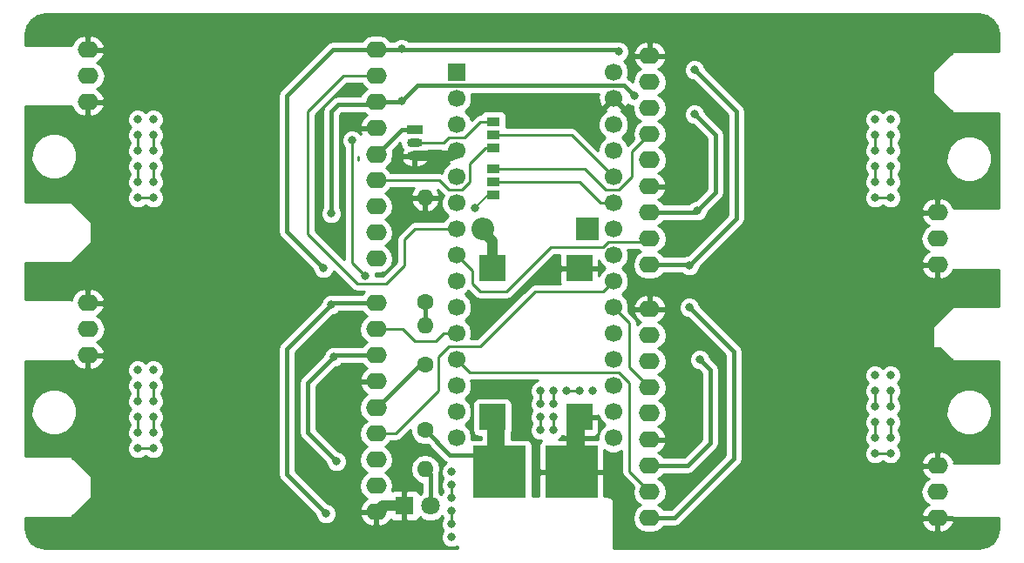
<source format=gbl>
G04 #@! TF.FileFunction,Copper,L2,Bot,Signal*
%FSLAX46Y46*%
G04 Gerber Fmt 4.6, Leading zero omitted, Abs format (unit mm)*
G04 Created by KiCad (PCBNEW 4.0.6) date 08/29/17 21:17:03*
%MOMM*%
%LPD*%
G01*
G04 APERTURE LIST*
%ADD10C,0.100000*%
%ADD11R,1.800000X1.800000*%
%ADD12C,1.800000*%
%ADD13R,2.200000X2.200000*%
%ADD14O,2.200000X2.200000*%
%ADD15R,1.270000X0.970000*%
%ADD16C,1.600000*%
%ADD17O,1.600000X1.600000*%
%ADD18R,2.540000X2.540000*%
%ADD19O,1.500000X0.900000*%
%ADD20R,1.500000X0.900000*%
%ADD21R,1.700000X1.700000*%
%ADD22C,1.700000*%
%ADD23R,5.080000X5.080000*%
%ADD24O,2.000000X1.600000*%
%ADD25C,0.800000*%
%ADD26C,0.250000*%
%ADD27C,1.000000*%
%ADD28C,0.400000*%
%ADD29C,0.200000*%
%ADD30C,0.254000*%
G04 APERTURE END LIST*
D10*
D11*
X152400000Y-125984000D03*
D12*
X154940000Y-125984000D03*
D13*
X170180000Y-99060000D03*
D14*
X160020000Y-99060000D03*
D15*
X161036000Y-93218000D03*
X161036000Y-94488000D03*
X161036000Y-95758000D03*
X161036000Y-91186000D03*
X161036000Y-89916000D03*
X161036000Y-88646000D03*
D16*
X154432000Y-112268000D03*
D17*
X154432000Y-122428000D03*
D16*
X154432000Y-118618000D03*
D17*
X154432000Y-108458000D03*
D16*
X154432000Y-106172000D03*
D17*
X154432000Y-96012000D03*
D18*
X169418000Y-102870000D03*
X160958000Y-102870000D03*
X169418000Y-117370000D03*
X160958000Y-117370000D03*
D19*
X153416000Y-90678000D03*
X153416000Y-91948000D03*
D20*
X153416000Y-89408000D03*
D21*
X157480000Y-83820000D03*
D22*
X157480000Y-86360000D03*
X157480000Y-88900000D03*
X157480000Y-91440000D03*
X157480000Y-93980000D03*
X157480000Y-96520000D03*
X157480000Y-99060000D03*
X157480000Y-101600000D03*
X157480000Y-104140000D03*
X157480000Y-106680000D03*
X157480000Y-109220000D03*
X157480000Y-111760000D03*
X157480000Y-114300000D03*
X157480000Y-116840000D03*
X157480000Y-119380000D03*
X172720000Y-83820000D03*
X172720000Y-86360000D03*
X172720000Y-88900000D03*
X172720000Y-91440000D03*
X172720000Y-93980000D03*
X172720000Y-96520000D03*
X172720000Y-99060000D03*
X172720000Y-101600000D03*
X172720000Y-104140000D03*
X172720000Y-106680000D03*
X172720000Y-109220000D03*
X172720000Y-111760000D03*
X172720000Y-114300000D03*
X172720000Y-116840000D03*
X172720000Y-119380000D03*
D23*
X161656000Y-122682000D03*
X168656000Y-122682000D03*
D24*
X176216000Y-92286000D03*
X149666000Y-116502000D03*
X176216000Y-116924000D03*
X176216000Y-127170000D03*
X204216000Y-122090000D03*
X204216000Y-124630000D03*
X204216000Y-127170000D03*
X176216000Y-124630000D03*
X176216000Y-122090000D03*
X176216000Y-119550000D03*
X176216000Y-117010000D03*
X176216000Y-114470000D03*
X176216000Y-111930000D03*
X176216000Y-109390000D03*
X176216000Y-106850000D03*
X149666000Y-106256000D03*
X121666000Y-111336000D03*
X121666000Y-108796000D03*
X121666000Y-106256000D03*
X149666000Y-108796000D03*
X149666000Y-111336000D03*
X149666000Y-113876000D03*
X149666000Y-116416000D03*
X149666000Y-118956000D03*
X149666000Y-121496000D03*
X149666000Y-124036000D03*
X149666000Y-126576000D03*
X149666000Y-91864000D03*
X176216000Y-102532000D03*
X204216000Y-97452000D03*
X204216000Y-99992000D03*
X204216000Y-102532000D03*
X176216000Y-99992000D03*
X176216000Y-97452000D03*
X176216000Y-94912000D03*
X176216000Y-92372000D03*
X176216000Y-89832000D03*
X176216000Y-87292000D03*
X176216000Y-84752000D03*
X176216000Y-82212000D03*
X149666000Y-81618000D03*
X121666000Y-86698000D03*
X121666000Y-84158000D03*
X121666000Y-81618000D03*
X149666000Y-84158000D03*
X149666000Y-86698000D03*
X149666000Y-89238000D03*
X149666000Y-91778000D03*
X149666000Y-94318000D03*
X149666000Y-96858000D03*
X149666000Y-99398000D03*
X149666000Y-101938000D03*
D25*
X199644000Y-88392000D03*
X198120000Y-88392000D03*
X198120000Y-89916000D03*
X198120000Y-91440000D03*
X198120000Y-92964000D03*
X198120000Y-94488000D03*
X198120000Y-96012000D03*
X199644000Y-96012000D03*
X199644000Y-94488000D03*
X199644000Y-92964000D03*
X199644000Y-91440000D03*
X199644000Y-89916000D03*
X199644000Y-113284000D03*
X198120000Y-113284000D03*
X198120000Y-114808000D03*
X198120000Y-116332000D03*
X198120000Y-117856000D03*
X198120000Y-119380000D03*
X198120000Y-120904000D03*
X199644000Y-120904000D03*
X199644000Y-119380000D03*
X199644000Y-117856000D03*
X199644000Y-116332000D03*
X199644000Y-114808000D03*
X126492000Y-88392000D03*
X128016000Y-88392000D03*
X128016000Y-89916000D03*
X128016000Y-91440000D03*
X128016000Y-92964000D03*
X128016000Y-94488000D03*
X128016000Y-96012000D03*
X126492000Y-96012000D03*
X126492000Y-94488000D03*
X126492000Y-92964000D03*
X126492000Y-91440000D03*
X126492000Y-89916000D03*
X126492000Y-112776000D03*
X128016000Y-112776000D03*
X128016000Y-114300000D03*
X128016000Y-115824000D03*
X128016000Y-117348000D03*
X128016000Y-118872000D03*
X128016000Y-120396000D03*
X126492000Y-120396000D03*
X126492000Y-118872000D03*
X126492000Y-117348000D03*
X126492000Y-115824000D03*
X126492000Y-114300000D03*
X156972000Y-122682000D03*
X156972000Y-129032000D03*
X156972000Y-127762000D03*
X156972000Y-126492000D03*
X156972000Y-125222000D03*
X156972000Y-123952000D03*
X170688000Y-114808000D03*
X165608000Y-114808000D03*
X165608000Y-116078000D03*
X165608000Y-117348000D03*
X165608000Y-118618000D03*
X166878000Y-118618000D03*
X166878000Y-117348000D03*
X166878000Y-116078000D03*
X166878000Y-114808000D03*
X168148000Y-114808000D03*
X169418000Y-114808000D03*
X144526000Y-102870000D03*
X145288000Y-106426000D03*
X152146000Y-81534000D03*
X173228000Y-81788000D03*
X180594000Y-83566000D03*
X180086000Y-102616000D03*
X180086000Y-106680000D03*
X144780000Y-126746000D03*
X181102000Y-111760000D03*
X174752000Y-86106000D03*
X152146000Y-86614000D03*
X180594000Y-87884000D03*
X145288000Y-97536000D03*
X180848000Y-97282000D03*
X145796000Y-121666000D03*
X145542000Y-111506000D03*
X159258000Y-97028000D03*
X147320000Y-90424000D03*
X148590000Y-103632000D03*
D26*
X147888000Y-92032000D02*
X147888000Y-92372000D01*
X198120000Y-91440000D02*
X198120000Y-89916000D01*
X198120000Y-94488000D02*
X198120000Y-92964000D01*
X199644000Y-96012000D02*
X198120000Y-96012000D01*
X199644000Y-92964000D02*
X199644000Y-94488000D01*
X199644000Y-89916000D02*
X199644000Y-91440000D01*
X198120000Y-116332000D02*
X198120000Y-114808000D01*
X198120000Y-119380000D02*
X198120000Y-117856000D01*
X199644000Y-120904000D02*
X198120000Y-120904000D01*
X199644000Y-117856000D02*
X199644000Y-119380000D01*
X199644000Y-114808000D02*
X199644000Y-116332000D01*
X128016000Y-91440000D02*
X128016000Y-89916000D01*
X128016000Y-94488000D02*
X128016000Y-92964000D01*
X126492000Y-96012000D02*
X128016000Y-96012000D01*
X126492000Y-92964000D02*
X126492000Y-94488000D01*
X126492000Y-89916000D02*
X126492000Y-91440000D01*
X128016000Y-115824000D02*
X128016000Y-114300000D01*
X128016000Y-118872000D02*
X128016000Y-117348000D01*
X126492000Y-120396000D02*
X128016000Y-120396000D01*
X126492000Y-117348000D02*
X126492000Y-118872000D01*
X126492000Y-114300000D02*
X126492000Y-115824000D01*
X156972000Y-126492000D02*
X156972000Y-127762000D01*
X156972000Y-123952000D02*
X156972000Y-125222000D01*
X165608000Y-114808000D02*
X165608000Y-116078000D01*
X165608000Y-118618000D02*
X165608000Y-117348000D01*
X166878000Y-117348000D02*
X166878000Y-118618000D01*
X166878000Y-114808000D02*
X166878000Y-116078000D01*
X169418000Y-114808000D02*
X168148000Y-114808000D01*
D27*
X169418000Y-117370000D02*
X169418000Y-121920000D01*
X169418000Y-121920000D02*
X168656000Y-122682000D01*
X169418000Y-117370000D02*
X168656000Y-118132000D01*
X168656000Y-118132000D02*
X168656000Y-122682000D01*
X149666000Y-126576000D02*
X150258000Y-125984000D01*
X150258000Y-125984000D02*
X152400000Y-125984000D01*
X153416000Y-91948000D02*
X156972000Y-91948000D01*
X156972000Y-91948000D02*
X157480000Y-91440000D01*
D28*
X156972000Y-91948000D02*
X157480000Y-91440000D01*
X154432000Y-112268000D02*
X153900000Y-112268000D01*
X153900000Y-112268000D02*
X149666000Y-116502000D01*
X153416000Y-89408000D02*
X152122000Y-89408000D01*
X152122000Y-89408000D02*
X149666000Y-91864000D01*
D26*
X160020000Y-99060000D02*
X160020000Y-99314000D01*
D27*
X160020000Y-99314000D02*
X160958000Y-100252000D01*
X160958000Y-100252000D02*
X160958000Y-102870000D01*
D26*
X161036000Y-94488000D02*
X169418000Y-94488000D01*
X171450000Y-96520000D02*
X172720000Y-96520000D01*
X169418000Y-94488000D02*
X171450000Y-96520000D01*
D28*
X149666000Y-81618000D02*
X145458000Y-81618000D01*
X140970000Y-99314000D02*
X144526000Y-102870000D01*
X140970000Y-86106000D02*
X140970000Y-99314000D01*
X145458000Y-81618000D02*
X140970000Y-86106000D01*
X149666000Y-106256000D02*
X145458000Y-106256000D01*
X145458000Y-106256000D02*
X145288000Y-106426000D01*
X152146000Y-81534000D02*
X152146000Y-81618000D01*
X149666000Y-81618000D02*
X152146000Y-81618000D01*
X152146000Y-81618000D02*
X173058000Y-81618000D01*
X173058000Y-81618000D02*
X173228000Y-81788000D01*
X180594000Y-83566000D02*
X184658000Y-87630000D01*
X184658000Y-87630000D02*
X184658000Y-98044000D01*
X184658000Y-98044000D02*
X180086000Y-102616000D01*
X176216000Y-102532000D02*
X180002000Y-102532000D01*
X180002000Y-102532000D02*
X180086000Y-102616000D01*
X176216000Y-127170000D02*
X178646000Y-127170000D01*
X184404000Y-110998000D02*
X180086000Y-106680000D01*
X184404000Y-121412000D02*
X184404000Y-110998000D01*
X178646000Y-127170000D02*
X184404000Y-121412000D01*
X140970000Y-110744000D02*
X145288000Y-106426000D01*
X140970000Y-122936000D02*
X140970000Y-110744000D01*
X144780000Y-126746000D02*
X140970000Y-122936000D01*
X145288000Y-106426000D02*
X145458000Y-106256000D01*
X176216000Y-122090000D02*
X179916000Y-122090000D01*
X182118000Y-112776000D02*
X181102000Y-111760000D01*
X182118000Y-119888000D02*
X182118000Y-112776000D01*
X179916000Y-122090000D02*
X182118000Y-119888000D01*
X149666000Y-111336000D02*
X145712000Y-111336000D01*
X145712000Y-111336000D02*
X145542000Y-111506000D01*
X153670000Y-85090000D02*
X152146000Y-86614000D01*
X173736000Y-85090000D02*
X153670000Y-85090000D01*
X174752000Y-86106000D02*
X173736000Y-85090000D01*
X152062000Y-86698000D02*
X149666000Y-86698000D01*
X152146000Y-86614000D02*
X152062000Y-86698000D01*
X182626000Y-95504000D02*
X180848000Y-97282000D01*
X182626000Y-89916000D02*
X182626000Y-95504000D01*
X180594000Y-87884000D02*
X182626000Y-89916000D01*
X176216000Y-97452000D02*
X180678000Y-97452000D01*
X180678000Y-97452000D02*
X180848000Y-97282000D01*
X149944000Y-86952000D02*
X147888000Y-86952000D01*
X150114000Y-87122000D02*
X149944000Y-86952000D01*
X147888000Y-86952000D02*
X145966000Y-86952000D01*
X145288000Y-87630000D02*
X145288000Y-97536000D01*
X145966000Y-86952000D02*
X145288000Y-87630000D01*
X143002000Y-114046000D02*
X145542000Y-111506000D01*
X143002000Y-118872000D02*
X143002000Y-114046000D01*
X145796000Y-121666000D02*
X143002000Y-118872000D01*
X145542000Y-111506000D02*
X145712000Y-111336000D01*
D26*
X161036000Y-89916000D02*
X168656000Y-89916000D01*
X168656000Y-89916000D02*
X172720000Y-93980000D01*
X172720000Y-106680000D02*
X174244000Y-108204000D01*
X174244000Y-112498000D02*
X176216000Y-114470000D01*
X174244000Y-108204000D02*
X174244000Y-112498000D01*
X157480000Y-111760000D02*
X158750000Y-113030000D01*
X174244000Y-122658000D02*
X176216000Y-124630000D01*
X174244000Y-114046000D02*
X174244000Y-122658000D01*
X173228000Y-113030000D02*
X174244000Y-114046000D01*
X158750000Y-113030000D02*
X173228000Y-113030000D01*
X149666000Y-108796000D02*
X152230000Y-108796000D01*
X156210000Y-109220000D02*
X157480000Y-109220000D01*
X155448000Y-109982000D02*
X156210000Y-109220000D01*
X153416000Y-109982000D02*
X155448000Y-109982000D01*
X152230000Y-108796000D02*
X153416000Y-109982000D01*
X149666000Y-118956000D02*
X151554000Y-118956000D01*
X154178000Y-116332000D02*
X155702000Y-114808000D01*
X155702000Y-114808000D02*
X155702000Y-111506000D01*
X155702000Y-111506000D02*
X156718000Y-110490000D01*
X156718000Y-110490000D02*
X159766000Y-110490000D01*
X159766000Y-110490000D02*
X165100000Y-105156000D01*
X165100000Y-105156000D02*
X171704000Y-105156000D01*
X171704000Y-105156000D02*
X172720000Y-104140000D01*
X151554000Y-118956000D02*
X154178000Y-116332000D01*
D28*
X154940000Y-125984000D02*
X154940000Y-122936000D01*
X154940000Y-122936000D02*
X154432000Y-122428000D01*
D26*
X161036000Y-93218000D02*
X169926000Y-93218000D01*
X174498000Y-91550000D02*
X176216000Y-89832000D01*
X174498000Y-93980000D02*
X174498000Y-91550000D01*
X173228000Y-95250000D02*
X174498000Y-93980000D01*
X171958000Y-95250000D02*
X173228000Y-95250000D01*
X169926000Y-93218000D02*
X171958000Y-95250000D01*
D29*
X161036000Y-95758000D02*
X160528000Y-95758000D01*
X160528000Y-95758000D02*
X159258000Y-97028000D01*
D28*
X154432000Y-108458000D02*
X154432000Y-106172000D01*
D26*
X161036000Y-91186000D02*
X160274000Y-91186000D01*
X155786000Y-94318000D02*
X149666000Y-94318000D01*
X156718000Y-95250000D02*
X155786000Y-94318000D01*
X157988000Y-95250000D02*
X156718000Y-95250000D01*
X158750000Y-94488000D02*
X157988000Y-95250000D01*
X158750000Y-92710000D02*
X158750000Y-94488000D01*
X160274000Y-91186000D02*
X158750000Y-92710000D01*
X153416000Y-90678000D02*
X156210000Y-90678000D01*
X159766000Y-88646000D02*
X161036000Y-88646000D01*
X158242000Y-90170000D02*
X159766000Y-88646000D01*
X156718000Y-90170000D02*
X158242000Y-90170000D01*
X156210000Y-90678000D02*
X156718000Y-90170000D01*
X157480000Y-101600000D02*
X159004000Y-103124000D01*
X172212000Y-100330000D02*
X175878000Y-100330000D01*
X171704000Y-100838000D02*
X172212000Y-100330000D01*
X166624000Y-100838000D02*
X171704000Y-100838000D01*
X162306000Y-105156000D02*
X166624000Y-100838000D01*
X159766000Y-105156000D02*
X162306000Y-105156000D01*
X159004000Y-104394000D02*
X159766000Y-105156000D01*
X159004000Y-103124000D02*
X159004000Y-104394000D01*
X175878000Y-100330000D02*
X176216000Y-99992000D01*
X157480000Y-101600000D02*
X157480000Y-102108000D01*
X146474000Y-84158000D02*
X149666000Y-84158000D01*
X143002000Y-87630000D02*
X146474000Y-84158000D01*
X143002000Y-99568000D02*
X143002000Y-87630000D01*
X147828000Y-104394000D02*
X143002000Y-99568000D01*
X150622000Y-104394000D02*
X147828000Y-104394000D01*
X152400000Y-102616000D02*
X150622000Y-104394000D01*
X152400000Y-100076000D02*
X152400000Y-102616000D01*
X153416000Y-99060000D02*
X152400000Y-100076000D01*
X157480000Y-99060000D02*
X153416000Y-99060000D01*
X147320000Y-102362000D02*
X147320000Y-90424000D01*
X148590000Y-103632000D02*
X147320000Y-102362000D01*
D27*
X160958000Y-117370000D02*
X161656000Y-118068000D01*
X161656000Y-118068000D02*
X161656000Y-122682000D01*
D28*
X154432000Y-118618000D02*
X156845000Y-121031000D01*
X156845000Y-121031000D02*
X160005000Y-121031000D01*
X160005000Y-121031000D02*
X161656000Y-122682000D01*
D27*
X160958000Y-117370000D02*
X160958000Y-121603000D01*
X160958000Y-121603000D02*
X161910000Y-122555000D01*
D28*
X154432000Y-118618000D02*
X154432000Y-118872000D01*
D30*
G36*
X208984741Y-78308602D02*
X209582193Y-78707807D01*
X209981398Y-79305257D01*
X210135000Y-80077467D01*
X210135000Y-81788000D01*
X205740000Y-81788000D01*
X205692211Y-81797334D01*
X205650197Y-81825197D01*
X203745197Y-83730197D01*
X203718006Y-83770590D01*
X203708000Y-83820000D01*
X203708000Y-85725000D01*
X203717334Y-85772789D01*
X203745197Y-85814803D01*
X205650197Y-87719803D01*
X205690590Y-87746994D01*
X205740000Y-87757000D01*
X210135000Y-87757000D01*
X210135000Y-97028000D01*
X205788392Y-97028000D01*
X205536637Y-96547576D01*
X205105226Y-96187572D01*
X204568886Y-96020066D01*
X204343000Y-96172529D01*
X204343000Y-97325000D01*
X204363000Y-97325000D01*
X204363000Y-97579000D01*
X204343000Y-97579000D01*
X204343000Y-97599000D01*
X204089000Y-97599000D01*
X204089000Y-97579000D01*
X202746085Y-97579000D01*
X202624096Y-97801039D01*
X202634558Y-97858730D01*
X202895363Y-98356424D01*
X203326774Y-98716428D01*
X203349209Y-98723435D01*
X202969270Y-98977302D01*
X202658201Y-99442849D01*
X202548968Y-99992000D01*
X202658201Y-100541151D01*
X202969270Y-101006698D01*
X203349209Y-101260565D01*
X203326774Y-101267572D01*
X202895363Y-101627576D01*
X202634558Y-102125270D01*
X202624096Y-102182961D01*
X202746085Y-102405000D01*
X204089000Y-102405000D01*
X204089000Y-102385000D01*
X204343000Y-102385000D01*
X204343000Y-102405000D01*
X204363000Y-102405000D01*
X204363000Y-102659000D01*
X204343000Y-102659000D01*
X204343000Y-103811471D01*
X204568886Y-103963934D01*
X205105226Y-103796428D01*
X205536637Y-103436424D01*
X205766907Y-102997000D01*
X210135000Y-102997000D01*
X210135000Y-106553000D01*
X205740000Y-106553000D01*
X205692211Y-106562334D01*
X205650197Y-106590197D01*
X203745197Y-108495197D01*
X203718006Y-108535590D01*
X203708000Y-108585000D01*
X203708000Y-110490000D01*
X203716685Y-110536159D01*
X203743965Y-110578553D01*
X203785590Y-110606994D01*
X203835000Y-110617000D01*
X204417394Y-110617000D01*
X205650197Y-111849803D01*
X205690590Y-111876994D01*
X205740000Y-111887000D01*
X210135000Y-111887000D01*
X210135000Y-121793000D01*
X205779314Y-121793000D01*
X205807904Y-121740961D01*
X205797442Y-121683270D01*
X205536637Y-121185576D01*
X205105226Y-120825572D01*
X204568886Y-120658066D01*
X204343000Y-120810529D01*
X204343000Y-121963000D01*
X204363000Y-121963000D01*
X204363000Y-122217000D01*
X204343000Y-122217000D01*
X204343000Y-122237000D01*
X204089000Y-122237000D01*
X204089000Y-122217000D01*
X202746085Y-122217000D01*
X202624096Y-122439039D01*
X202634558Y-122496730D01*
X202895363Y-122994424D01*
X203326774Y-123354428D01*
X203349209Y-123361435D01*
X202969270Y-123615302D01*
X202658201Y-124080849D01*
X202548968Y-124630000D01*
X202658201Y-125179151D01*
X202969270Y-125644698D01*
X203349209Y-125898565D01*
X203326774Y-125905572D01*
X202895363Y-126265576D01*
X202634558Y-126763270D01*
X202624096Y-126820961D01*
X202746085Y-127043000D01*
X204089000Y-127043000D01*
X204089000Y-127023000D01*
X204343000Y-127023000D01*
X204343000Y-127043000D01*
X205603394Y-127043000D01*
X205650197Y-127089803D01*
X205690590Y-127116994D01*
X205740000Y-127127000D01*
X210135000Y-127127000D01*
X210135000Y-128202533D01*
X209981398Y-128974743D01*
X209582193Y-129572193D01*
X208984741Y-129971398D01*
X208212533Y-130125000D01*
X172770000Y-130125000D01*
X172770000Y-125730000D01*
X172717857Y-125467862D01*
X172569368Y-125245632D01*
X172347138Y-125097143D01*
X172085000Y-125045000D01*
X171831000Y-125045000D01*
X171831000Y-122967750D01*
X171672250Y-122809000D01*
X168783000Y-122809000D01*
X168783000Y-122829000D01*
X168529000Y-122829000D01*
X168529000Y-122809000D01*
X165639750Y-122809000D01*
X165481000Y-122967750D01*
X165481000Y-125045000D01*
X164843440Y-125045000D01*
X164843440Y-120142000D01*
X164799162Y-119906683D01*
X164660090Y-119690559D01*
X164447890Y-119545569D01*
X164196000Y-119494560D01*
X162791000Y-119494560D01*
X162791000Y-118940818D01*
X162824431Y-118891890D01*
X162875440Y-118640000D01*
X162875440Y-116100000D01*
X162831162Y-115864683D01*
X162692090Y-115648559D01*
X162479890Y-115503569D01*
X162228000Y-115452560D01*
X159688000Y-115452560D01*
X159452683Y-115496838D01*
X159236559Y-115635910D01*
X159091569Y-115848110D01*
X159040560Y-116100000D01*
X159040560Y-118640000D01*
X159084838Y-118875317D01*
X159223910Y-119091441D01*
X159436110Y-119236431D01*
X159688000Y-119287440D01*
X159823000Y-119287440D01*
X159823000Y-119494560D01*
X159116000Y-119494560D01*
X158964876Y-119522996D01*
X158965257Y-119085911D01*
X158739656Y-118539914D01*
X158322283Y-118121812D01*
X158294443Y-118110252D01*
X158320086Y-118099656D01*
X158738188Y-117682283D01*
X158964742Y-117136681D01*
X158965257Y-116545911D01*
X158739656Y-115999914D01*
X158322283Y-115581812D01*
X158294443Y-115570252D01*
X158320086Y-115559656D01*
X158738188Y-115142283D01*
X158964742Y-114596681D01*
X158965257Y-114005911D01*
X158876045Y-113790000D01*
X165361452Y-113790000D01*
X165022485Y-113930058D01*
X164731081Y-114220954D01*
X164573180Y-114601223D01*
X164572821Y-115012971D01*
X164730058Y-115393515D01*
X164779288Y-115442831D01*
X164731081Y-115490954D01*
X164573180Y-115871223D01*
X164572821Y-116282971D01*
X164730058Y-116663515D01*
X164779288Y-116712831D01*
X164731081Y-116760954D01*
X164573180Y-117141223D01*
X164572821Y-117552971D01*
X164730058Y-117933515D01*
X164779288Y-117982831D01*
X164731081Y-118030954D01*
X164573180Y-118411223D01*
X164572821Y-118822971D01*
X164730058Y-119203515D01*
X165020954Y-119494919D01*
X165401223Y-119652820D01*
X165706888Y-119653087D01*
X165577673Y-119782301D01*
X165481000Y-120015690D01*
X165481000Y-122396250D01*
X165639750Y-122555000D01*
X168529000Y-122555000D01*
X168529000Y-119665750D01*
X168370250Y-119507000D01*
X167436752Y-119507000D01*
X167463515Y-119495942D01*
X167754919Y-119205046D01*
X167772553Y-119162578D01*
X167788302Y-119178327D01*
X168021691Y-119275000D01*
X169132250Y-119275000D01*
X169291000Y-119116250D01*
X169291000Y-117497000D01*
X169545000Y-117497000D01*
X169545000Y-119116250D01*
X169703750Y-119275000D01*
X170814309Y-119275000D01*
X171047698Y-119178327D01*
X171226327Y-118999699D01*
X171323000Y-118766310D01*
X171323000Y-117655750D01*
X171164250Y-117497000D01*
X169545000Y-117497000D01*
X169291000Y-117497000D01*
X169271000Y-117497000D01*
X169271000Y-117243000D01*
X169291000Y-117243000D01*
X169291000Y-117223000D01*
X169545000Y-117223000D01*
X169545000Y-117243000D01*
X171164250Y-117243000D01*
X171245976Y-117161274D01*
X171460344Y-117680086D01*
X171877717Y-118098188D01*
X171905557Y-118109748D01*
X171879914Y-118120344D01*
X171461812Y-118537717D01*
X171235258Y-119083319D01*
X171234889Y-119507000D01*
X168941750Y-119507000D01*
X168783000Y-119665750D01*
X168783000Y-122555000D01*
X171672250Y-122555000D01*
X171831000Y-122396250D01*
X171831000Y-120591389D01*
X171877717Y-120638188D01*
X172423319Y-120864742D01*
X173014089Y-120865257D01*
X173484000Y-120671094D01*
X173484000Y-122658000D01*
X173541852Y-122948839D01*
X173706599Y-123195401D01*
X174647225Y-124136027D01*
X174548968Y-124630000D01*
X174658201Y-125179151D01*
X174969270Y-125644698D01*
X175351356Y-125900000D01*
X174969270Y-126155302D01*
X174658201Y-126620849D01*
X174548968Y-127170000D01*
X174658201Y-127719151D01*
X174969270Y-128184698D01*
X175434817Y-128495767D01*
X175983968Y-128605000D01*
X176448032Y-128605000D01*
X176997183Y-128495767D01*
X177462730Y-128184698D01*
X177582801Y-128005000D01*
X178646000Y-128005000D01*
X178965541Y-127941439D01*
X179236434Y-127760434D01*
X179477829Y-127519039D01*
X202624096Y-127519039D01*
X202634558Y-127576730D01*
X202895363Y-128074424D01*
X203326774Y-128434428D01*
X203863114Y-128601934D01*
X204089000Y-128449471D01*
X204089000Y-127297000D01*
X204343000Y-127297000D01*
X204343000Y-128449471D01*
X204568886Y-128601934D01*
X205105226Y-128434428D01*
X205536637Y-128074424D01*
X205797442Y-127576730D01*
X205807904Y-127519039D01*
X205685915Y-127297000D01*
X204343000Y-127297000D01*
X204089000Y-127297000D01*
X202746085Y-127297000D01*
X202624096Y-127519039D01*
X179477829Y-127519039D01*
X184994434Y-122002434D01*
X185175440Y-121731540D01*
X185239000Y-121412000D01*
X185239000Y-113488971D01*
X197084821Y-113488971D01*
X197242058Y-113869515D01*
X197418288Y-114046053D01*
X197243081Y-114220954D01*
X197085180Y-114601223D01*
X197084821Y-115012971D01*
X197242058Y-115393515D01*
X197360000Y-115511663D01*
X197360000Y-115628239D01*
X197243081Y-115744954D01*
X197085180Y-116125223D01*
X197084821Y-116536971D01*
X197242058Y-116917515D01*
X197418288Y-117094053D01*
X197243081Y-117268954D01*
X197085180Y-117649223D01*
X197084821Y-118060971D01*
X197242058Y-118441515D01*
X197360000Y-118559663D01*
X197360000Y-118676239D01*
X197243081Y-118792954D01*
X197085180Y-119173223D01*
X197084821Y-119584971D01*
X197242058Y-119965515D01*
X197418288Y-120142053D01*
X197243081Y-120316954D01*
X197085180Y-120697223D01*
X197084821Y-121108971D01*
X197242058Y-121489515D01*
X197532954Y-121780919D01*
X197913223Y-121938820D01*
X198324971Y-121939179D01*
X198705515Y-121781942D01*
X198823663Y-121664000D01*
X198940239Y-121664000D01*
X199056954Y-121780919D01*
X199437223Y-121938820D01*
X199848971Y-121939179D01*
X200229515Y-121781942D01*
X200270567Y-121740961D01*
X202624096Y-121740961D01*
X202746085Y-121963000D01*
X204089000Y-121963000D01*
X204089000Y-120810529D01*
X203863114Y-120658066D01*
X203326774Y-120825572D01*
X202895363Y-121185576D01*
X202634558Y-121683270D01*
X202624096Y-121740961D01*
X200270567Y-121740961D01*
X200520919Y-121491046D01*
X200678820Y-121110777D01*
X200679179Y-120699029D01*
X200521942Y-120318485D01*
X200345712Y-120141947D01*
X200520919Y-119967046D01*
X200678820Y-119586777D01*
X200679179Y-119175029D01*
X200521942Y-118794485D01*
X200404000Y-118676337D01*
X200404000Y-118559761D01*
X200520919Y-118443046D01*
X200678820Y-118062777D01*
X200679179Y-117651029D01*
X200526956Y-117282619D01*
X205028613Y-117282619D01*
X205368155Y-118104372D01*
X205996321Y-118733636D01*
X206817481Y-119074611D01*
X207706619Y-119075387D01*
X208528372Y-118735845D01*
X209157636Y-118107679D01*
X209498611Y-117286519D01*
X209499387Y-116397381D01*
X209159845Y-115575628D01*
X208531679Y-114946364D01*
X207710519Y-114605389D01*
X206821381Y-114604613D01*
X205999628Y-114944155D01*
X205370364Y-115572321D01*
X205029389Y-116393481D01*
X205028613Y-117282619D01*
X200526956Y-117282619D01*
X200521942Y-117270485D01*
X200345712Y-117093947D01*
X200520919Y-116919046D01*
X200678820Y-116538777D01*
X200679179Y-116127029D01*
X200521942Y-115746485D01*
X200404000Y-115628337D01*
X200404000Y-115511761D01*
X200520919Y-115395046D01*
X200678820Y-115014777D01*
X200679179Y-114603029D01*
X200521942Y-114222485D01*
X200345712Y-114045947D01*
X200520919Y-113871046D01*
X200678820Y-113490777D01*
X200679179Y-113079029D01*
X200521942Y-112698485D01*
X200231046Y-112407081D01*
X199850777Y-112249180D01*
X199439029Y-112248821D01*
X199058485Y-112406058D01*
X198881947Y-112582288D01*
X198707046Y-112407081D01*
X198326777Y-112249180D01*
X197915029Y-112248821D01*
X197534485Y-112406058D01*
X197243081Y-112696954D01*
X197085180Y-113077223D01*
X197084821Y-113488971D01*
X185239000Y-113488971D01*
X185239000Y-110998000D01*
X185175439Y-110678459D01*
X184994434Y-110407566D01*
X181121127Y-106534259D01*
X181121179Y-106475029D01*
X180963942Y-106094485D01*
X180673046Y-105803081D01*
X180292777Y-105645180D01*
X179881029Y-105644821D01*
X179500485Y-105802058D01*
X179209081Y-106092954D01*
X179051180Y-106473223D01*
X179050821Y-106884971D01*
X179208058Y-107265515D01*
X179498954Y-107556919D01*
X179879223Y-107714820D01*
X179940005Y-107714873D01*
X183569000Y-111343868D01*
X183569000Y-121066132D01*
X178300132Y-126335000D01*
X177582801Y-126335000D01*
X177462730Y-126155302D01*
X177080644Y-125900000D01*
X177462730Y-125644698D01*
X177773799Y-125179151D01*
X177883032Y-124630000D01*
X177773799Y-124080849D01*
X177462730Y-123615302D01*
X177080644Y-123360000D01*
X177462730Y-123104698D01*
X177582801Y-122925000D01*
X179916000Y-122925000D01*
X180235541Y-122861439D01*
X180506434Y-122680434D01*
X182708434Y-120478434D01*
X182750700Y-120415179D01*
X182889439Y-120207541D01*
X182953000Y-119888000D01*
X182953000Y-112776000D01*
X182889439Y-112456459D01*
X182708434Y-112185566D01*
X182137127Y-111614259D01*
X182137179Y-111555029D01*
X181979942Y-111174485D01*
X181689046Y-110883081D01*
X181308777Y-110725180D01*
X180897029Y-110724821D01*
X180516485Y-110882058D01*
X180225081Y-111172954D01*
X180067180Y-111553223D01*
X180066821Y-111964971D01*
X180224058Y-112345515D01*
X180514954Y-112636919D01*
X180895223Y-112794820D01*
X180956005Y-112794873D01*
X181283000Y-113121868D01*
X181283000Y-119542132D01*
X179570132Y-121255000D01*
X177582801Y-121255000D01*
X177462730Y-121075302D01*
X177082791Y-120821435D01*
X177105226Y-120814428D01*
X177536637Y-120454424D01*
X177797442Y-119956730D01*
X177807904Y-119899039D01*
X177685915Y-119677000D01*
X176343000Y-119677000D01*
X176343000Y-119697000D01*
X176089000Y-119697000D01*
X176089000Y-119677000D01*
X176069000Y-119677000D01*
X176069000Y-119423000D01*
X176089000Y-119423000D01*
X176089000Y-119403000D01*
X176343000Y-119403000D01*
X176343000Y-119423000D01*
X177685915Y-119423000D01*
X177807904Y-119200961D01*
X177797442Y-119143270D01*
X177536637Y-118645576D01*
X177105226Y-118285572D01*
X177082791Y-118278565D01*
X177462730Y-118024698D01*
X177773799Y-117559151D01*
X177883032Y-117010000D01*
X177874479Y-116967000D01*
X177883032Y-116924000D01*
X177773799Y-116374849D01*
X177462730Y-115909302D01*
X177144998Y-115697000D01*
X177462730Y-115484698D01*
X177773799Y-115019151D01*
X177883032Y-114470000D01*
X177773799Y-113920849D01*
X177462730Y-113455302D01*
X177080644Y-113200000D01*
X177462730Y-112944698D01*
X177773799Y-112479151D01*
X177883032Y-111930000D01*
X177773799Y-111380849D01*
X177462730Y-110915302D01*
X177080644Y-110660000D01*
X177462730Y-110404698D01*
X177773799Y-109939151D01*
X177883032Y-109390000D01*
X177773799Y-108840849D01*
X177462730Y-108375302D01*
X177082791Y-108121435D01*
X177105226Y-108114428D01*
X177536637Y-107754424D01*
X177797442Y-107256730D01*
X177807904Y-107199039D01*
X177685915Y-106977000D01*
X176343000Y-106977000D01*
X176343000Y-106997000D01*
X176089000Y-106997000D01*
X176089000Y-106977000D01*
X174746085Y-106977000D01*
X174624096Y-107199039D01*
X174634558Y-107256730D01*
X174895363Y-107754424D01*
X175326774Y-108114428D01*
X175349209Y-108121435D01*
X175004000Y-108352096D01*
X175004000Y-108204000D01*
X174946148Y-107913161D01*
X174946148Y-107913160D01*
X174781401Y-107666599D01*
X174171511Y-107056709D01*
X174204742Y-106976681D01*
X174205156Y-106500961D01*
X174624096Y-106500961D01*
X174746085Y-106723000D01*
X176089000Y-106723000D01*
X176089000Y-105570529D01*
X176343000Y-105570529D01*
X176343000Y-106723000D01*
X177685915Y-106723000D01*
X177807904Y-106500961D01*
X177797442Y-106443270D01*
X177536637Y-105945576D01*
X177105226Y-105585572D01*
X176568886Y-105418066D01*
X176343000Y-105570529D01*
X176089000Y-105570529D01*
X175863114Y-105418066D01*
X175326774Y-105585572D01*
X174895363Y-105945576D01*
X174634558Y-106443270D01*
X174624096Y-106500961D01*
X174205156Y-106500961D01*
X174205257Y-106385911D01*
X173979656Y-105839914D01*
X173562283Y-105421812D01*
X173534443Y-105410252D01*
X173560086Y-105399656D01*
X173978188Y-104982283D01*
X174204742Y-104436681D01*
X174205257Y-103845911D01*
X173979656Y-103299914D01*
X173562283Y-102881812D01*
X173534443Y-102870252D01*
X173560086Y-102859656D01*
X173978188Y-102442283D01*
X174204742Y-101896681D01*
X174205257Y-101305911D01*
X174116045Y-101090000D01*
X175093940Y-101090000D01*
X175351356Y-101262000D01*
X174969270Y-101517302D01*
X174658201Y-101982849D01*
X174548968Y-102532000D01*
X174658201Y-103081151D01*
X174969270Y-103546698D01*
X175434817Y-103857767D01*
X175983968Y-103967000D01*
X176448032Y-103967000D01*
X176997183Y-103857767D01*
X177462730Y-103546698D01*
X177582801Y-103367000D01*
X179373255Y-103367000D01*
X179498954Y-103492919D01*
X179879223Y-103650820D01*
X180290971Y-103651179D01*
X180671515Y-103493942D01*
X180962919Y-103203046D01*
X181096627Y-102881039D01*
X202624096Y-102881039D01*
X202634558Y-102938730D01*
X202895363Y-103436424D01*
X203326774Y-103796428D01*
X203863114Y-103963934D01*
X204089000Y-103811471D01*
X204089000Y-102659000D01*
X202746085Y-102659000D01*
X202624096Y-102881039D01*
X181096627Y-102881039D01*
X181120820Y-102822777D01*
X181120873Y-102761995D01*
X185248434Y-98634434D01*
X185290700Y-98571179D01*
X185429439Y-98363541D01*
X185493000Y-98044000D01*
X185493000Y-97102961D01*
X202624096Y-97102961D01*
X202746085Y-97325000D01*
X204089000Y-97325000D01*
X204089000Y-96172529D01*
X203863114Y-96020066D01*
X203326774Y-96187572D01*
X202895363Y-96547576D01*
X202634558Y-97045270D01*
X202624096Y-97102961D01*
X185493000Y-97102961D01*
X185493000Y-88596971D01*
X197084821Y-88596971D01*
X197242058Y-88977515D01*
X197418288Y-89154053D01*
X197243081Y-89328954D01*
X197085180Y-89709223D01*
X197084821Y-90120971D01*
X197242058Y-90501515D01*
X197360000Y-90619663D01*
X197360000Y-90736239D01*
X197243081Y-90852954D01*
X197085180Y-91233223D01*
X197084821Y-91644971D01*
X197242058Y-92025515D01*
X197418288Y-92202053D01*
X197243081Y-92376954D01*
X197085180Y-92757223D01*
X197084821Y-93168971D01*
X197242058Y-93549515D01*
X197360000Y-93667663D01*
X197360000Y-93784239D01*
X197243081Y-93900954D01*
X197085180Y-94281223D01*
X197084821Y-94692971D01*
X197242058Y-95073515D01*
X197418288Y-95250053D01*
X197243081Y-95424954D01*
X197085180Y-95805223D01*
X197084821Y-96216971D01*
X197242058Y-96597515D01*
X197532954Y-96888919D01*
X197913223Y-97046820D01*
X198324971Y-97047179D01*
X198705515Y-96889942D01*
X198823663Y-96772000D01*
X198940239Y-96772000D01*
X199056954Y-96888919D01*
X199437223Y-97046820D01*
X199848971Y-97047179D01*
X200229515Y-96889942D01*
X200520919Y-96599046D01*
X200678820Y-96218777D01*
X200679179Y-95807029D01*
X200521942Y-95426485D01*
X200345712Y-95249947D01*
X200520919Y-95075046D01*
X200678820Y-94694777D01*
X200679179Y-94283029D01*
X200521942Y-93902485D01*
X200404000Y-93784337D01*
X200404000Y-93667761D01*
X200520919Y-93551046D01*
X200678820Y-93170777D01*
X200679179Y-92759029D01*
X200631906Y-92644619D01*
X205028613Y-92644619D01*
X205368155Y-93466372D01*
X205996321Y-94095636D01*
X206817481Y-94436611D01*
X207706619Y-94437387D01*
X208528372Y-94097845D01*
X209157636Y-93469679D01*
X209498611Y-92648519D01*
X209499387Y-91759381D01*
X209159845Y-90937628D01*
X208531679Y-90308364D01*
X207710519Y-89967389D01*
X206821381Y-89966613D01*
X205999628Y-90306155D01*
X205370364Y-90934321D01*
X205029389Y-91755481D01*
X205028613Y-92644619D01*
X200631906Y-92644619D01*
X200521942Y-92378485D01*
X200345712Y-92201947D01*
X200520919Y-92027046D01*
X200678820Y-91646777D01*
X200679179Y-91235029D01*
X200521942Y-90854485D01*
X200404000Y-90736337D01*
X200404000Y-90619761D01*
X200520919Y-90503046D01*
X200678820Y-90122777D01*
X200679179Y-89711029D01*
X200521942Y-89330485D01*
X200345712Y-89153947D01*
X200520919Y-88979046D01*
X200678820Y-88598777D01*
X200679179Y-88187029D01*
X200521942Y-87806485D01*
X200231046Y-87515081D01*
X199850777Y-87357180D01*
X199439029Y-87356821D01*
X199058485Y-87514058D01*
X198881947Y-87690288D01*
X198707046Y-87515081D01*
X198326777Y-87357180D01*
X197915029Y-87356821D01*
X197534485Y-87514058D01*
X197243081Y-87804954D01*
X197085180Y-88185223D01*
X197084821Y-88596971D01*
X185493000Y-88596971D01*
X185493000Y-87630000D01*
X185429439Y-87310459D01*
X185248434Y-87039566D01*
X181629127Y-83420259D01*
X181629179Y-83361029D01*
X181471942Y-82980485D01*
X181181046Y-82689081D01*
X180800777Y-82531180D01*
X180389029Y-82530821D01*
X180008485Y-82688058D01*
X179717081Y-82978954D01*
X179559180Y-83359223D01*
X179558821Y-83770971D01*
X179716058Y-84151515D01*
X180006954Y-84442919D01*
X180387223Y-84600820D01*
X180448005Y-84600873D01*
X183823000Y-87975868D01*
X183823000Y-97698132D01*
X179940259Y-101580873D01*
X179881029Y-101580821D01*
X179599853Y-101697000D01*
X177582801Y-101697000D01*
X177462730Y-101517302D01*
X177080644Y-101262000D01*
X177462730Y-101006698D01*
X177773799Y-100541151D01*
X177883032Y-99992000D01*
X177773799Y-99442849D01*
X177462730Y-98977302D01*
X177080644Y-98722000D01*
X177462730Y-98466698D01*
X177582801Y-98287000D01*
X180569408Y-98287000D01*
X180641223Y-98316820D01*
X181052971Y-98317179D01*
X181433515Y-98159942D01*
X181724919Y-97869046D01*
X181882820Y-97488777D01*
X181882873Y-97427995D01*
X183216434Y-96094434D01*
X183397440Y-95823540D01*
X183461000Y-95504000D01*
X183461000Y-89916000D01*
X183397439Y-89596459D01*
X183216434Y-89325566D01*
X181629127Y-87738259D01*
X181629179Y-87679029D01*
X181471942Y-87298485D01*
X181181046Y-87007081D01*
X180800777Y-86849180D01*
X180389029Y-86848821D01*
X180008485Y-87006058D01*
X179717081Y-87296954D01*
X179559180Y-87677223D01*
X179558821Y-88088971D01*
X179716058Y-88469515D01*
X180006954Y-88760919D01*
X180387223Y-88918820D01*
X180448005Y-88918873D01*
X181791000Y-90261868D01*
X181791000Y-95158132D01*
X180702259Y-96246873D01*
X180643029Y-96246821D01*
X180262485Y-96404058D01*
X180049171Y-96617000D01*
X177582801Y-96617000D01*
X177462730Y-96437302D01*
X177082791Y-96183435D01*
X177105226Y-96176428D01*
X177536637Y-95816424D01*
X177797442Y-95318730D01*
X177807904Y-95261039D01*
X177685915Y-95039000D01*
X176343000Y-95039000D01*
X176343000Y-95059000D01*
X176089000Y-95059000D01*
X176089000Y-95039000D01*
X176069000Y-95039000D01*
X176069000Y-94785000D01*
X176089000Y-94785000D01*
X176089000Y-94765000D01*
X176343000Y-94765000D01*
X176343000Y-94785000D01*
X177685915Y-94785000D01*
X177807904Y-94562961D01*
X177797442Y-94505270D01*
X177536637Y-94007576D01*
X177105226Y-93647572D01*
X177082791Y-93640565D01*
X177462730Y-93386698D01*
X177773799Y-92921151D01*
X177883032Y-92372000D01*
X177874479Y-92329000D01*
X177883032Y-92286000D01*
X177773799Y-91736849D01*
X177462730Y-91271302D01*
X177144998Y-91059000D01*
X177462730Y-90846698D01*
X177773799Y-90381151D01*
X177883032Y-89832000D01*
X177773799Y-89282849D01*
X177462730Y-88817302D01*
X177080644Y-88562000D01*
X177462730Y-88306698D01*
X177773799Y-87841151D01*
X177883032Y-87292000D01*
X177773799Y-86742849D01*
X177462730Y-86277302D01*
X177080644Y-86022000D01*
X177462730Y-85766698D01*
X177773799Y-85301151D01*
X177883032Y-84752000D01*
X177773799Y-84202849D01*
X177462730Y-83737302D01*
X177082791Y-83483435D01*
X177105226Y-83476428D01*
X177536637Y-83116424D01*
X177797442Y-82618730D01*
X177807904Y-82561039D01*
X177685915Y-82339000D01*
X176343000Y-82339000D01*
X176343000Y-82359000D01*
X176089000Y-82359000D01*
X176089000Y-82339000D01*
X174746085Y-82339000D01*
X174624096Y-82561039D01*
X174634558Y-82618730D01*
X174895363Y-83116424D01*
X175326774Y-83476428D01*
X175349209Y-83483435D01*
X174969270Y-83737302D01*
X174658201Y-84202849D01*
X174553929Y-84727061D01*
X174326434Y-84499566D01*
X174250517Y-84448840D01*
X174106716Y-84352755D01*
X174204742Y-84116681D01*
X174205257Y-83525911D01*
X173979656Y-82979914D01*
X173709241Y-82709027D01*
X173813515Y-82665942D01*
X174104919Y-82375046D01*
X174262820Y-81994777D01*
X174262934Y-81862961D01*
X174624096Y-81862961D01*
X174746085Y-82085000D01*
X176089000Y-82085000D01*
X176089000Y-80932529D01*
X176343000Y-80932529D01*
X176343000Y-82085000D01*
X177685915Y-82085000D01*
X177807904Y-81862961D01*
X177797442Y-81805270D01*
X177536637Y-81307576D01*
X177105226Y-80947572D01*
X176568886Y-80780066D01*
X176343000Y-80932529D01*
X176089000Y-80932529D01*
X175863114Y-80780066D01*
X175326774Y-80947572D01*
X174895363Y-81307576D01*
X174634558Y-81805270D01*
X174624096Y-81862961D01*
X174262934Y-81862961D01*
X174263179Y-81583029D01*
X174105942Y-81202485D01*
X173815046Y-80911081D01*
X173434777Y-80753180D01*
X173023029Y-80752821D01*
X172949990Y-80783000D01*
X152858745Y-80783000D01*
X152733046Y-80657081D01*
X152352777Y-80499180D01*
X151941029Y-80498821D01*
X151560485Y-80656058D01*
X151433321Y-80783000D01*
X151032801Y-80783000D01*
X150912730Y-80603302D01*
X150447183Y-80292233D01*
X149898032Y-80183000D01*
X149433968Y-80183000D01*
X148884817Y-80292233D01*
X148419270Y-80603302D01*
X148299199Y-80783000D01*
X145458000Y-80783000D01*
X145138459Y-80846561D01*
X144985919Y-80948485D01*
X144867566Y-81027566D01*
X140379566Y-85515566D01*
X140198561Y-85786459D01*
X140135000Y-86106000D01*
X140135000Y-99314000D01*
X140198561Y-99633541D01*
X140349100Y-99858839D01*
X140379566Y-99904434D01*
X143490873Y-103015741D01*
X143490821Y-103074971D01*
X143648058Y-103455515D01*
X143938954Y-103746919D01*
X144319223Y-103904820D01*
X144730971Y-103905179D01*
X145111515Y-103747942D01*
X145402919Y-103457046D01*
X145524190Y-103164992D01*
X147290599Y-104931401D01*
X147537161Y-105096148D01*
X147828000Y-105154000D01*
X148549926Y-105154000D01*
X148419270Y-105241302D01*
X148299199Y-105421000D01*
X145566592Y-105421000D01*
X145494777Y-105391180D01*
X145083029Y-105390821D01*
X144702485Y-105548058D01*
X144411081Y-105838954D01*
X144253180Y-106219223D01*
X144253127Y-106280005D01*
X140379566Y-110153566D01*
X140198561Y-110424459D01*
X140135000Y-110744000D01*
X140135000Y-122936000D01*
X140198561Y-123255541D01*
X140274687Y-123369471D01*
X140379566Y-123526434D01*
X143744873Y-126891741D01*
X143744821Y-126950971D01*
X143902058Y-127331515D01*
X144192954Y-127622919D01*
X144573223Y-127780820D01*
X144984971Y-127781179D01*
X145365515Y-127623942D01*
X145656919Y-127333046D01*
X145814820Y-126952777D01*
X145814844Y-126925039D01*
X148074096Y-126925039D01*
X148084558Y-126982730D01*
X148345363Y-127480424D01*
X148776774Y-127840428D01*
X149313114Y-128007934D01*
X149539000Y-127855471D01*
X149539000Y-126703000D01*
X148196085Y-126703000D01*
X148074096Y-126925039D01*
X145814844Y-126925039D01*
X145815179Y-126541029D01*
X145657942Y-126160485D01*
X145367046Y-125869081D01*
X144986777Y-125711180D01*
X144925995Y-125711127D01*
X141805000Y-122590132D01*
X141805000Y-111089868D01*
X145433741Y-107461127D01*
X145492971Y-107461179D01*
X145873515Y-107303942D01*
X146086829Y-107091000D01*
X148299199Y-107091000D01*
X148419270Y-107270698D01*
X148801356Y-107526000D01*
X148419270Y-107781302D01*
X148108201Y-108246849D01*
X147998968Y-108796000D01*
X148108201Y-109345151D01*
X148419270Y-109810698D01*
X148801356Y-110066000D01*
X148419270Y-110321302D01*
X148299199Y-110501000D01*
X145820592Y-110501000D01*
X145748777Y-110471180D01*
X145337029Y-110470821D01*
X144956485Y-110628058D01*
X144665081Y-110918954D01*
X144507180Y-111299223D01*
X144507127Y-111360005D01*
X142411566Y-113455566D01*
X142230561Y-113726459D01*
X142167000Y-114046000D01*
X142167000Y-118872000D01*
X142230561Y-119191541D01*
X142385217Y-119423000D01*
X142411566Y-119462434D01*
X144760873Y-121811741D01*
X144760821Y-121870971D01*
X144918058Y-122251515D01*
X145208954Y-122542919D01*
X145589223Y-122700820D01*
X146000971Y-122701179D01*
X146381515Y-122543942D01*
X146672919Y-122253046D01*
X146830820Y-121872777D01*
X146831179Y-121461029D01*
X146673942Y-121080485D01*
X146383046Y-120789081D01*
X146002777Y-120631180D01*
X145941995Y-120631127D01*
X143837000Y-118526132D01*
X143837000Y-114391868D01*
X145687741Y-112541127D01*
X145746971Y-112541179D01*
X146127515Y-112383942D01*
X146340829Y-112171000D01*
X148299199Y-112171000D01*
X148419270Y-112350698D01*
X148799209Y-112604565D01*
X148776774Y-112611572D01*
X148345363Y-112971576D01*
X148084558Y-113469270D01*
X148074096Y-113526961D01*
X148196085Y-113749000D01*
X149539000Y-113749000D01*
X149539000Y-113729000D01*
X149793000Y-113729000D01*
X149793000Y-113749000D01*
X149813000Y-113749000D01*
X149813000Y-114003000D01*
X149793000Y-114003000D01*
X149793000Y-114023000D01*
X149539000Y-114023000D01*
X149539000Y-114003000D01*
X148196085Y-114003000D01*
X148074096Y-114225039D01*
X148084558Y-114282730D01*
X148345363Y-114780424D01*
X148776774Y-115140428D01*
X148799209Y-115147435D01*
X148419270Y-115401302D01*
X148108201Y-115866849D01*
X147998968Y-116416000D01*
X148007521Y-116459000D01*
X147998968Y-116502000D01*
X148108201Y-117051151D01*
X148419270Y-117516698D01*
X148737002Y-117729000D01*
X148419270Y-117941302D01*
X148108201Y-118406849D01*
X147998968Y-118956000D01*
X148108201Y-119505151D01*
X148419270Y-119970698D01*
X148801356Y-120226000D01*
X148419270Y-120481302D01*
X148108201Y-120946849D01*
X147998968Y-121496000D01*
X148108201Y-122045151D01*
X148419270Y-122510698D01*
X148801356Y-122766000D01*
X148419270Y-123021302D01*
X148108201Y-123486849D01*
X147998968Y-124036000D01*
X148108201Y-124585151D01*
X148419270Y-125050698D01*
X148799209Y-125304565D01*
X148776774Y-125311572D01*
X148345363Y-125671576D01*
X148084558Y-126169270D01*
X148074096Y-126226961D01*
X148196085Y-126449000D01*
X149539000Y-126449000D01*
X149539000Y-126429000D01*
X149793000Y-126429000D01*
X149793000Y-126449000D01*
X149813000Y-126449000D01*
X149813000Y-126703000D01*
X149793000Y-126703000D01*
X149793000Y-127855471D01*
X150018886Y-128007934D01*
X150555226Y-127840428D01*
X150986637Y-127480424D01*
X151059450Y-127341475D01*
X151140302Y-127422327D01*
X151373691Y-127519000D01*
X152114250Y-127519000D01*
X152273000Y-127360250D01*
X152273000Y-126111000D01*
X152253000Y-126111000D01*
X152253000Y-125857000D01*
X152273000Y-125857000D01*
X152273000Y-124607750D01*
X152114250Y-124449000D01*
X151373691Y-124449000D01*
X151239854Y-124504437D01*
X151333032Y-124036000D01*
X151223799Y-123486849D01*
X150912730Y-123021302D01*
X150530644Y-122766000D01*
X150912730Y-122510698D01*
X151223799Y-122045151D01*
X151333032Y-121496000D01*
X151223799Y-120946849D01*
X150912730Y-120481302D01*
X150530644Y-120226000D01*
X150912730Y-119970698D01*
X151082914Y-119716000D01*
X151554000Y-119716000D01*
X151844839Y-119658148D01*
X152091401Y-119493401D01*
X152997026Y-118587776D01*
X152996752Y-118902187D01*
X153214757Y-119429800D01*
X153618077Y-119833824D01*
X154145309Y-120052750D01*
X154686354Y-120053222D01*
X156254566Y-121621434D01*
X156473854Y-121767958D01*
X156386485Y-121804058D01*
X156095081Y-122094954D01*
X155937180Y-122475223D01*
X155936821Y-122886971D01*
X156094058Y-123267515D01*
X156143288Y-123316831D01*
X156095081Y-123364954D01*
X155937180Y-123745223D01*
X155936821Y-124156971D01*
X156094058Y-124537515D01*
X156143288Y-124586831D01*
X156095081Y-124634954D01*
X155997301Y-124870434D01*
X155810643Y-124683449D01*
X155775000Y-124668649D01*
X155775000Y-122936000D01*
X155773272Y-122927314D01*
X155867000Y-122456113D01*
X155867000Y-122399887D01*
X155757767Y-121850736D01*
X155446698Y-121385189D01*
X154981151Y-121074120D01*
X154432000Y-120964887D01*
X153882849Y-121074120D01*
X153417302Y-121385189D01*
X153106233Y-121850736D01*
X152997000Y-122399887D01*
X152997000Y-122456113D01*
X153106233Y-123005264D01*
X153417302Y-123470811D01*
X153882849Y-123781880D01*
X154105000Y-123826069D01*
X154105000Y-124668143D01*
X154071629Y-124681932D01*
X153894159Y-124859092D01*
X153838327Y-124724301D01*
X153659698Y-124545673D01*
X153426309Y-124449000D01*
X152685750Y-124449000D01*
X152527000Y-124607750D01*
X152527000Y-125857000D01*
X152547000Y-125857000D01*
X152547000Y-126111000D01*
X152527000Y-126111000D01*
X152527000Y-127360250D01*
X152685750Y-127519000D01*
X153426309Y-127519000D01*
X153659698Y-127422327D01*
X153838327Y-127243699D01*
X153894119Y-127109006D01*
X154069357Y-127284551D01*
X154633330Y-127518733D01*
X155243991Y-127519265D01*
X155808371Y-127286068D01*
X156071640Y-127023259D01*
X156094058Y-127077515D01*
X156143288Y-127126831D01*
X156095081Y-127174954D01*
X155937180Y-127555223D01*
X155936821Y-127966971D01*
X156094058Y-128347515D01*
X156143288Y-128396831D01*
X156095081Y-128444954D01*
X155937180Y-128825223D01*
X155936821Y-129236971D01*
X156094058Y-129617515D01*
X156384954Y-129908919D01*
X156765223Y-130066820D01*
X157176971Y-130067179D01*
X157557000Y-129910155D01*
X157557000Y-130125000D01*
X117542467Y-130125000D01*
X116770257Y-129971398D01*
X116172807Y-129572193D01*
X115773602Y-128974741D01*
X115620000Y-128202533D01*
X115620000Y-127127000D01*
X120015000Y-127127000D01*
X120062789Y-127117666D01*
X120104803Y-127089803D01*
X122009803Y-125184803D01*
X122036994Y-125144410D01*
X122047000Y-125095000D01*
X122047000Y-123190000D01*
X122037666Y-123142211D01*
X122009803Y-123100197D01*
X120104803Y-121195197D01*
X120064410Y-121168006D01*
X120015000Y-121158000D01*
X115620000Y-121158000D01*
X115620000Y-117282619D01*
X116128613Y-117282619D01*
X116468155Y-118104372D01*
X117096321Y-118733636D01*
X117917481Y-119074611D01*
X118806619Y-119075387D01*
X119628372Y-118735845D01*
X120257636Y-118107679D01*
X120598611Y-117286519D01*
X120599387Y-116397381D01*
X120259845Y-115575628D01*
X119631679Y-114946364D01*
X118810519Y-114605389D01*
X117921381Y-114604613D01*
X117099628Y-114944155D01*
X116470364Y-115572321D01*
X116129389Y-116393481D01*
X116128613Y-117282619D01*
X115620000Y-117282619D01*
X115620000Y-112980971D01*
X125456821Y-112980971D01*
X125614058Y-113361515D01*
X125790288Y-113538053D01*
X125615081Y-113712954D01*
X125457180Y-114093223D01*
X125456821Y-114504971D01*
X125614058Y-114885515D01*
X125732000Y-115003663D01*
X125732000Y-115120239D01*
X125615081Y-115236954D01*
X125457180Y-115617223D01*
X125456821Y-116028971D01*
X125614058Y-116409515D01*
X125790288Y-116586053D01*
X125615081Y-116760954D01*
X125457180Y-117141223D01*
X125456821Y-117552971D01*
X125614058Y-117933515D01*
X125732000Y-118051663D01*
X125732000Y-118168239D01*
X125615081Y-118284954D01*
X125457180Y-118665223D01*
X125456821Y-119076971D01*
X125614058Y-119457515D01*
X125790288Y-119634053D01*
X125615081Y-119808954D01*
X125457180Y-120189223D01*
X125456821Y-120600971D01*
X125614058Y-120981515D01*
X125904954Y-121272919D01*
X126285223Y-121430820D01*
X126696971Y-121431179D01*
X127077515Y-121273942D01*
X127195663Y-121156000D01*
X127312239Y-121156000D01*
X127428954Y-121272919D01*
X127809223Y-121430820D01*
X128220971Y-121431179D01*
X128601515Y-121273942D01*
X128892919Y-120983046D01*
X129050820Y-120602777D01*
X129051179Y-120191029D01*
X128893942Y-119810485D01*
X128717712Y-119633947D01*
X128892919Y-119459046D01*
X129050820Y-119078777D01*
X129051179Y-118667029D01*
X128893942Y-118286485D01*
X128776000Y-118168337D01*
X128776000Y-118051761D01*
X128892919Y-117935046D01*
X129050820Y-117554777D01*
X129051179Y-117143029D01*
X128893942Y-116762485D01*
X128717712Y-116585947D01*
X128892919Y-116411046D01*
X129050820Y-116030777D01*
X129051179Y-115619029D01*
X128893942Y-115238485D01*
X128776000Y-115120337D01*
X128776000Y-115003761D01*
X128892919Y-114887046D01*
X129050820Y-114506777D01*
X129051179Y-114095029D01*
X128893942Y-113714485D01*
X128717712Y-113537947D01*
X128892919Y-113363046D01*
X129050820Y-112982777D01*
X129051179Y-112571029D01*
X128893942Y-112190485D01*
X128603046Y-111899081D01*
X128222777Y-111741180D01*
X127811029Y-111740821D01*
X127430485Y-111898058D01*
X127253947Y-112074288D01*
X127079046Y-111899081D01*
X126698777Y-111741180D01*
X126287029Y-111740821D01*
X125906485Y-111898058D01*
X125615081Y-112188954D01*
X125457180Y-112569223D01*
X125456821Y-112980971D01*
X115620000Y-112980971D01*
X115620000Y-111887000D01*
X120015000Y-111887000D01*
X120062789Y-111877666D01*
X120104803Y-111849803D01*
X120128335Y-111826271D01*
X120345363Y-112240424D01*
X120776774Y-112600428D01*
X121313114Y-112767934D01*
X121539000Y-112615471D01*
X121539000Y-111463000D01*
X121793000Y-111463000D01*
X121793000Y-112615471D01*
X122018886Y-112767934D01*
X122555226Y-112600428D01*
X122986637Y-112240424D01*
X123247442Y-111742730D01*
X123257904Y-111685039D01*
X123135915Y-111463000D01*
X121793000Y-111463000D01*
X121539000Y-111463000D01*
X121519000Y-111463000D01*
X121519000Y-111209000D01*
X121539000Y-111209000D01*
X121539000Y-111189000D01*
X121793000Y-111189000D01*
X121793000Y-111209000D01*
X123135915Y-111209000D01*
X123257904Y-110986961D01*
X123247442Y-110929270D01*
X122986637Y-110431576D01*
X122555226Y-110071572D01*
X122532791Y-110064565D01*
X122912730Y-109810698D01*
X123223799Y-109345151D01*
X123333032Y-108796000D01*
X123223799Y-108246849D01*
X122912730Y-107781302D01*
X122532791Y-107527435D01*
X122555226Y-107520428D01*
X122986637Y-107160424D01*
X123247442Y-106662730D01*
X123257904Y-106605039D01*
X123135915Y-106383000D01*
X121793000Y-106383000D01*
X121793000Y-106403000D01*
X121539000Y-106403000D01*
X121539000Y-106383000D01*
X121519000Y-106383000D01*
X121519000Y-106129000D01*
X121539000Y-106129000D01*
X121539000Y-104976529D01*
X121793000Y-104976529D01*
X121793000Y-106129000D01*
X123135915Y-106129000D01*
X123257904Y-105906961D01*
X123247442Y-105849270D01*
X122986637Y-105351576D01*
X122555226Y-104991572D01*
X122018886Y-104824066D01*
X121793000Y-104976529D01*
X121539000Y-104976529D01*
X121313114Y-104824066D01*
X120776774Y-104991572D01*
X120345363Y-105351576D01*
X120084558Y-105849270D01*
X120074096Y-105906961D01*
X120098129Y-105950704D01*
X120064410Y-105928006D01*
X120015000Y-105918000D01*
X115620000Y-105918000D01*
X115620000Y-102362000D01*
X120015000Y-102362000D01*
X120062789Y-102352666D01*
X120104803Y-102324803D01*
X122009803Y-100419803D01*
X122036994Y-100379410D01*
X122047000Y-100330000D01*
X122047000Y-98425000D01*
X122037666Y-98377211D01*
X122009803Y-98335197D01*
X120104803Y-96430197D01*
X120064410Y-96403006D01*
X120015000Y-96393000D01*
X115620000Y-96393000D01*
X115620000Y-92390619D01*
X116128613Y-92390619D01*
X116468155Y-93212372D01*
X117096321Y-93841636D01*
X117917481Y-94182611D01*
X118806619Y-94183387D01*
X119628372Y-93843845D01*
X120257636Y-93215679D01*
X120598611Y-92394519D01*
X120599387Y-91505381D01*
X120259845Y-90683628D01*
X119631679Y-90054364D01*
X118810519Y-89713389D01*
X117921381Y-89712613D01*
X117099628Y-90052155D01*
X116470364Y-90680321D01*
X116129389Y-91501481D01*
X116128613Y-92390619D01*
X115620000Y-92390619D01*
X115620000Y-88596971D01*
X125456821Y-88596971D01*
X125614058Y-88977515D01*
X125790288Y-89154053D01*
X125615081Y-89328954D01*
X125457180Y-89709223D01*
X125456821Y-90120971D01*
X125614058Y-90501515D01*
X125732000Y-90619663D01*
X125732000Y-90736239D01*
X125615081Y-90852954D01*
X125457180Y-91233223D01*
X125456821Y-91644971D01*
X125614058Y-92025515D01*
X125790288Y-92202053D01*
X125615081Y-92376954D01*
X125457180Y-92757223D01*
X125456821Y-93168971D01*
X125614058Y-93549515D01*
X125732000Y-93667663D01*
X125732000Y-93784239D01*
X125615081Y-93900954D01*
X125457180Y-94281223D01*
X125456821Y-94692971D01*
X125614058Y-95073515D01*
X125790288Y-95250053D01*
X125615081Y-95424954D01*
X125457180Y-95805223D01*
X125456821Y-96216971D01*
X125614058Y-96597515D01*
X125904954Y-96888919D01*
X126285223Y-97046820D01*
X126696971Y-97047179D01*
X127077515Y-96889942D01*
X127195663Y-96772000D01*
X127312239Y-96772000D01*
X127428954Y-96888919D01*
X127809223Y-97046820D01*
X128220971Y-97047179D01*
X128601515Y-96889942D01*
X128892919Y-96599046D01*
X129050820Y-96218777D01*
X129051179Y-95807029D01*
X128893942Y-95426485D01*
X128717712Y-95249947D01*
X128892919Y-95075046D01*
X129050820Y-94694777D01*
X129051179Y-94283029D01*
X128893942Y-93902485D01*
X128776000Y-93784337D01*
X128776000Y-93667761D01*
X128892919Y-93551046D01*
X129050820Y-93170777D01*
X129051179Y-92759029D01*
X128893942Y-92378485D01*
X128717712Y-92201947D01*
X128892919Y-92027046D01*
X129050820Y-91646777D01*
X129051179Y-91235029D01*
X128893942Y-90854485D01*
X128776000Y-90736337D01*
X128776000Y-90619761D01*
X128892919Y-90503046D01*
X129050820Y-90122777D01*
X129051179Y-89711029D01*
X128893942Y-89330485D01*
X128717712Y-89153947D01*
X128892919Y-88979046D01*
X129050820Y-88598777D01*
X129051179Y-88187029D01*
X128893942Y-87806485D01*
X128603046Y-87515081D01*
X128222777Y-87357180D01*
X127811029Y-87356821D01*
X127430485Y-87514058D01*
X127253947Y-87690288D01*
X127079046Y-87515081D01*
X126698777Y-87357180D01*
X126287029Y-87356821D01*
X125906485Y-87514058D01*
X125615081Y-87804954D01*
X125457180Y-88185223D01*
X125456821Y-88596971D01*
X115620000Y-88596971D01*
X115620000Y-87122000D01*
X120015000Y-87122000D01*
X120062789Y-87112666D01*
X120083506Y-87098927D01*
X120084558Y-87104730D01*
X120345363Y-87602424D01*
X120776774Y-87962428D01*
X121313114Y-88129934D01*
X121539000Y-87977471D01*
X121539000Y-86825000D01*
X121793000Y-86825000D01*
X121793000Y-87977471D01*
X122018886Y-88129934D01*
X122555226Y-87962428D01*
X122986637Y-87602424D01*
X123247442Y-87104730D01*
X123257904Y-87047039D01*
X123135915Y-86825000D01*
X121793000Y-86825000D01*
X121539000Y-86825000D01*
X121519000Y-86825000D01*
X121519000Y-86571000D01*
X121539000Y-86571000D01*
X121539000Y-86551000D01*
X121793000Y-86551000D01*
X121793000Y-86571000D01*
X123135915Y-86571000D01*
X123257904Y-86348961D01*
X123247442Y-86291270D01*
X122986637Y-85793576D01*
X122555226Y-85433572D01*
X122532791Y-85426565D01*
X122912730Y-85172698D01*
X123223799Y-84707151D01*
X123333032Y-84158000D01*
X123223799Y-83608849D01*
X122912730Y-83143302D01*
X122532791Y-82889435D01*
X122555226Y-82882428D01*
X122986637Y-82522424D01*
X123247442Y-82024730D01*
X123257904Y-81967039D01*
X123135915Y-81745000D01*
X121793000Y-81745000D01*
X121793000Y-81765000D01*
X121539000Y-81765000D01*
X121539000Y-81745000D01*
X121519000Y-81745000D01*
X121519000Y-81491000D01*
X121539000Y-81491000D01*
X121539000Y-80338529D01*
X121793000Y-80338529D01*
X121793000Y-81491000D01*
X123135915Y-81491000D01*
X123257904Y-81268961D01*
X123247442Y-81211270D01*
X122986637Y-80713576D01*
X122555226Y-80353572D01*
X122018886Y-80186066D01*
X121793000Y-80338529D01*
X121539000Y-80338529D01*
X121313114Y-80186066D01*
X120776774Y-80353572D01*
X120345363Y-80713576D01*
X120098000Y-81185618D01*
X120064410Y-81163006D01*
X120015000Y-81153000D01*
X115620000Y-81153000D01*
X115620000Y-80077467D01*
X115773602Y-79305259D01*
X116172807Y-78707807D01*
X116770257Y-78308602D01*
X117542467Y-78155000D01*
X208212533Y-78155000D01*
X208984741Y-78308602D01*
X208984741Y-78308602D01*
G37*
X208984741Y-78308602D02*
X209582193Y-78707807D01*
X209981398Y-79305257D01*
X210135000Y-80077467D01*
X210135000Y-81788000D01*
X205740000Y-81788000D01*
X205692211Y-81797334D01*
X205650197Y-81825197D01*
X203745197Y-83730197D01*
X203718006Y-83770590D01*
X203708000Y-83820000D01*
X203708000Y-85725000D01*
X203717334Y-85772789D01*
X203745197Y-85814803D01*
X205650197Y-87719803D01*
X205690590Y-87746994D01*
X205740000Y-87757000D01*
X210135000Y-87757000D01*
X210135000Y-97028000D01*
X205788392Y-97028000D01*
X205536637Y-96547576D01*
X205105226Y-96187572D01*
X204568886Y-96020066D01*
X204343000Y-96172529D01*
X204343000Y-97325000D01*
X204363000Y-97325000D01*
X204363000Y-97579000D01*
X204343000Y-97579000D01*
X204343000Y-97599000D01*
X204089000Y-97599000D01*
X204089000Y-97579000D01*
X202746085Y-97579000D01*
X202624096Y-97801039D01*
X202634558Y-97858730D01*
X202895363Y-98356424D01*
X203326774Y-98716428D01*
X203349209Y-98723435D01*
X202969270Y-98977302D01*
X202658201Y-99442849D01*
X202548968Y-99992000D01*
X202658201Y-100541151D01*
X202969270Y-101006698D01*
X203349209Y-101260565D01*
X203326774Y-101267572D01*
X202895363Y-101627576D01*
X202634558Y-102125270D01*
X202624096Y-102182961D01*
X202746085Y-102405000D01*
X204089000Y-102405000D01*
X204089000Y-102385000D01*
X204343000Y-102385000D01*
X204343000Y-102405000D01*
X204363000Y-102405000D01*
X204363000Y-102659000D01*
X204343000Y-102659000D01*
X204343000Y-103811471D01*
X204568886Y-103963934D01*
X205105226Y-103796428D01*
X205536637Y-103436424D01*
X205766907Y-102997000D01*
X210135000Y-102997000D01*
X210135000Y-106553000D01*
X205740000Y-106553000D01*
X205692211Y-106562334D01*
X205650197Y-106590197D01*
X203745197Y-108495197D01*
X203718006Y-108535590D01*
X203708000Y-108585000D01*
X203708000Y-110490000D01*
X203716685Y-110536159D01*
X203743965Y-110578553D01*
X203785590Y-110606994D01*
X203835000Y-110617000D01*
X204417394Y-110617000D01*
X205650197Y-111849803D01*
X205690590Y-111876994D01*
X205740000Y-111887000D01*
X210135000Y-111887000D01*
X210135000Y-121793000D01*
X205779314Y-121793000D01*
X205807904Y-121740961D01*
X205797442Y-121683270D01*
X205536637Y-121185576D01*
X205105226Y-120825572D01*
X204568886Y-120658066D01*
X204343000Y-120810529D01*
X204343000Y-121963000D01*
X204363000Y-121963000D01*
X204363000Y-122217000D01*
X204343000Y-122217000D01*
X204343000Y-122237000D01*
X204089000Y-122237000D01*
X204089000Y-122217000D01*
X202746085Y-122217000D01*
X202624096Y-122439039D01*
X202634558Y-122496730D01*
X202895363Y-122994424D01*
X203326774Y-123354428D01*
X203349209Y-123361435D01*
X202969270Y-123615302D01*
X202658201Y-124080849D01*
X202548968Y-124630000D01*
X202658201Y-125179151D01*
X202969270Y-125644698D01*
X203349209Y-125898565D01*
X203326774Y-125905572D01*
X202895363Y-126265576D01*
X202634558Y-126763270D01*
X202624096Y-126820961D01*
X202746085Y-127043000D01*
X204089000Y-127043000D01*
X204089000Y-127023000D01*
X204343000Y-127023000D01*
X204343000Y-127043000D01*
X205603394Y-127043000D01*
X205650197Y-127089803D01*
X205690590Y-127116994D01*
X205740000Y-127127000D01*
X210135000Y-127127000D01*
X210135000Y-128202533D01*
X209981398Y-128974743D01*
X209582193Y-129572193D01*
X208984741Y-129971398D01*
X208212533Y-130125000D01*
X172770000Y-130125000D01*
X172770000Y-125730000D01*
X172717857Y-125467862D01*
X172569368Y-125245632D01*
X172347138Y-125097143D01*
X172085000Y-125045000D01*
X171831000Y-125045000D01*
X171831000Y-122967750D01*
X171672250Y-122809000D01*
X168783000Y-122809000D01*
X168783000Y-122829000D01*
X168529000Y-122829000D01*
X168529000Y-122809000D01*
X165639750Y-122809000D01*
X165481000Y-122967750D01*
X165481000Y-125045000D01*
X164843440Y-125045000D01*
X164843440Y-120142000D01*
X164799162Y-119906683D01*
X164660090Y-119690559D01*
X164447890Y-119545569D01*
X164196000Y-119494560D01*
X162791000Y-119494560D01*
X162791000Y-118940818D01*
X162824431Y-118891890D01*
X162875440Y-118640000D01*
X162875440Y-116100000D01*
X162831162Y-115864683D01*
X162692090Y-115648559D01*
X162479890Y-115503569D01*
X162228000Y-115452560D01*
X159688000Y-115452560D01*
X159452683Y-115496838D01*
X159236559Y-115635910D01*
X159091569Y-115848110D01*
X159040560Y-116100000D01*
X159040560Y-118640000D01*
X159084838Y-118875317D01*
X159223910Y-119091441D01*
X159436110Y-119236431D01*
X159688000Y-119287440D01*
X159823000Y-119287440D01*
X159823000Y-119494560D01*
X159116000Y-119494560D01*
X158964876Y-119522996D01*
X158965257Y-119085911D01*
X158739656Y-118539914D01*
X158322283Y-118121812D01*
X158294443Y-118110252D01*
X158320086Y-118099656D01*
X158738188Y-117682283D01*
X158964742Y-117136681D01*
X158965257Y-116545911D01*
X158739656Y-115999914D01*
X158322283Y-115581812D01*
X158294443Y-115570252D01*
X158320086Y-115559656D01*
X158738188Y-115142283D01*
X158964742Y-114596681D01*
X158965257Y-114005911D01*
X158876045Y-113790000D01*
X165361452Y-113790000D01*
X165022485Y-113930058D01*
X164731081Y-114220954D01*
X164573180Y-114601223D01*
X164572821Y-115012971D01*
X164730058Y-115393515D01*
X164779288Y-115442831D01*
X164731081Y-115490954D01*
X164573180Y-115871223D01*
X164572821Y-116282971D01*
X164730058Y-116663515D01*
X164779288Y-116712831D01*
X164731081Y-116760954D01*
X164573180Y-117141223D01*
X164572821Y-117552971D01*
X164730058Y-117933515D01*
X164779288Y-117982831D01*
X164731081Y-118030954D01*
X164573180Y-118411223D01*
X164572821Y-118822971D01*
X164730058Y-119203515D01*
X165020954Y-119494919D01*
X165401223Y-119652820D01*
X165706888Y-119653087D01*
X165577673Y-119782301D01*
X165481000Y-120015690D01*
X165481000Y-122396250D01*
X165639750Y-122555000D01*
X168529000Y-122555000D01*
X168529000Y-119665750D01*
X168370250Y-119507000D01*
X167436752Y-119507000D01*
X167463515Y-119495942D01*
X167754919Y-119205046D01*
X167772553Y-119162578D01*
X167788302Y-119178327D01*
X168021691Y-119275000D01*
X169132250Y-119275000D01*
X169291000Y-119116250D01*
X169291000Y-117497000D01*
X169545000Y-117497000D01*
X169545000Y-119116250D01*
X169703750Y-119275000D01*
X170814309Y-119275000D01*
X171047698Y-119178327D01*
X171226327Y-118999699D01*
X171323000Y-118766310D01*
X171323000Y-117655750D01*
X171164250Y-117497000D01*
X169545000Y-117497000D01*
X169291000Y-117497000D01*
X169271000Y-117497000D01*
X169271000Y-117243000D01*
X169291000Y-117243000D01*
X169291000Y-117223000D01*
X169545000Y-117223000D01*
X169545000Y-117243000D01*
X171164250Y-117243000D01*
X171245976Y-117161274D01*
X171460344Y-117680086D01*
X171877717Y-118098188D01*
X171905557Y-118109748D01*
X171879914Y-118120344D01*
X171461812Y-118537717D01*
X171235258Y-119083319D01*
X171234889Y-119507000D01*
X168941750Y-119507000D01*
X168783000Y-119665750D01*
X168783000Y-122555000D01*
X171672250Y-122555000D01*
X171831000Y-122396250D01*
X171831000Y-120591389D01*
X171877717Y-120638188D01*
X172423319Y-120864742D01*
X173014089Y-120865257D01*
X173484000Y-120671094D01*
X173484000Y-122658000D01*
X173541852Y-122948839D01*
X173706599Y-123195401D01*
X174647225Y-124136027D01*
X174548968Y-124630000D01*
X174658201Y-125179151D01*
X174969270Y-125644698D01*
X175351356Y-125900000D01*
X174969270Y-126155302D01*
X174658201Y-126620849D01*
X174548968Y-127170000D01*
X174658201Y-127719151D01*
X174969270Y-128184698D01*
X175434817Y-128495767D01*
X175983968Y-128605000D01*
X176448032Y-128605000D01*
X176997183Y-128495767D01*
X177462730Y-128184698D01*
X177582801Y-128005000D01*
X178646000Y-128005000D01*
X178965541Y-127941439D01*
X179236434Y-127760434D01*
X179477829Y-127519039D01*
X202624096Y-127519039D01*
X202634558Y-127576730D01*
X202895363Y-128074424D01*
X203326774Y-128434428D01*
X203863114Y-128601934D01*
X204089000Y-128449471D01*
X204089000Y-127297000D01*
X204343000Y-127297000D01*
X204343000Y-128449471D01*
X204568886Y-128601934D01*
X205105226Y-128434428D01*
X205536637Y-128074424D01*
X205797442Y-127576730D01*
X205807904Y-127519039D01*
X205685915Y-127297000D01*
X204343000Y-127297000D01*
X204089000Y-127297000D01*
X202746085Y-127297000D01*
X202624096Y-127519039D01*
X179477829Y-127519039D01*
X184994434Y-122002434D01*
X185175440Y-121731540D01*
X185239000Y-121412000D01*
X185239000Y-113488971D01*
X197084821Y-113488971D01*
X197242058Y-113869515D01*
X197418288Y-114046053D01*
X197243081Y-114220954D01*
X197085180Y-114601223D01*
X197084821Y-115012971D01*
X197242058Y-115393515D01*
X197360000Y-115511663D01*
X197360000Y-115628239D01*
X197243081Y-115744954D01*
X197085180Y-116125223D01*
X197084821Y-116536971D01*
X197242058Y-116917515D01*
X197418288Y-117094053D01*
X197243081Y-117268954D01*
X197085180Y-117649223D01*
X197084821Y-118060971D01*
X197242058Y-118441515D01*
X197360000Y-118559663D01*
X197360000Y-118676239D01*
X197243081Y-118792954D01*
X197085180Y-119173223D01*
X197084821Y-119584971D01*
X197242058Y-119965515D01*
X197418288Y-120142053D01*
X197243081Y-120316954D01*
X197085180Y-120697223D01*
X197084821Y-121108971D01*
X197242058Y-121489515D01*
X197532954Y-121780919D01*
X197913223Y-121938820D01*
X198324971Y-121939179D01*
X198705515Y-121781942D01*
X198823663Y-121664000D01*
X198940239Y-121664000D01*
X199056954Y-121780919D01*
X199437223Y-121938820D01*
X199848971Y-121939179D01*
X200229515Y-121781942D01*
X200270567Y-121740961D01*
X202624096Y-121740961D01*
X202746085Y-121963000D01*
X204089000Y-121963000D01*
X204089000Y-120810529D01*
X203863114Y-120658066D01*
X203326774Y-120825572D01*
X202895363Y-121185576D01*
X202634558Y-121683270D01*
X202624096Y-121740961D01*
X200270567Y-121740961D01*
X200520919Y-121491046D01*
X200678820Y-121110777D01*
X200679179Y-120699029D01*
X200521942Y-120318485D01*
X200345712Y-120141947D01*
X200520919Y-119967046D01*
X200678820Y-119586777D01*
X200679179Y-119175029D01*
X200521942Y-118794485D01*
X200404000Y-118676337D01*
X200404000Y-118559761D01*
X200520919Y-118443046D01*
X200678820Y-118062777D01*
X200679179Y-117651029D01*
X200526956Y-117282619D01*
X205028613Y-117282619D01*
X205368155Y-118104372D01*
X205996321Y-118733636D01*
X206817481Y-119074611D01*
X207706619Y-119075387D01*
X208528372Y-118735845D01*
X209157636Y-118107679D01*
X209498611Y-117286519D01*
X209499387Y-116397381D01*
X209159845Y-115575628D01*
X208531679Y-114946364D01*
X207710519Y-114605389D01*
X206821381Y-114604613D01*
X205999628Y-114944155D01*
X205370364Y-115572321D01*
X205029389Y-116393481D01*
X205028613Y-117282619D01*
X200526956Y-117282619D01*
X200521942Y-117270485D01*
X200345712Y-117093947D01*
X200520919Y-116919046D01*
X200678820Y-116538777D01*
X200679179Y-116127029D01*
X200521942Y-115746485D01*
X200404000Y-115628337D01*
X200404000Y-115511761D01*
X200520919Y-115395046D01*
X200678820Y-115014777D01*
X200679179Y-114603029D01*
X200521942Y-114222485D01*
X200345712Y-114045947D01*
X200520919Y-113871046D01*
X200678820Y-113490777D01*
X200679179Y-113079029D01*
X200521942Y-112698485D01*
X200231046Y-112407081D01*
X199850777Y-112249180D01*
X199439029Y-112248821D01*
X199058485Y-112406058D01*
X198881947Y-112582288D01*
X198707046Y-112407081D01*
X198326777Y-112249180D01*
X197915029Y-112248821D01*
X197534485Y-112406058D01*
X197243081Y-112696954D01*
X197085180Y-113077223D01*
X197084821Y-113488971D01*
X185239000Y-113488971D01*
X185239000Y-110998000D01*
X185175439Y-110678459D01*
X184994434Y-110407566D01*
X181121127Y-106534259D01*
X181121179Y-106475029D01*
X180963942Y-106094485D01*
X180673046Y-105803081D01*
X180292777Y-105645180D01*
X179881029Y-105644821D01*
X179500485Y-105802058D01*
X179209081Y-106092954D01*
X179051180Y-106473223D01*
X179050821Y-106884971D01*
X179208058Y-107265515D01*
X179498954Y-107556919D01*
X179879223Y-107714820D01*
X179940005Y-107714873D01*
X183569000Y-111343868D01*
X183569000Y-121066132D01*
X178300132Y-126335000D01*
X177582801Y-126335000D01*
X177462730Y-126155302D01*
X177080644Y-125900000D01*
X177462730Y-125644698D01*
X177773799Y-125179151D01*
X177883032Y-124630000D01*
X177773799Y-124080849D01*
X177462730Y-123615302D01*
X177080644Y-123360000D01*
X177462730Y-123104698D01*
X177582801Y-122925000D01*
X179916000Y-122925000D01*
X180235541Y-122861439D01*
X180506434Y-122680434D01*
X182708434Y-120478434D01*
X182750700Y-120415179D01*
X182889439Y-120207541D01*
X182953000Y-119888000D01*
X182953000Y-112776000D01*
X182889439Y-112456459D01*
X182708434Y-112185566D01*
X182137127Y-111614259D01*
X182137179Y-111555029D01*
X181979942Y-111174485D01*
X181689046Y-110883081D01*
X181308777Y-110725180D01*
X180897029Y-110724821D01*
X180516485Y-110882058D01*
X180225081Y-111172954D01*
X180067180Y-111553223D01*
X180066821Y-111964971D01*
X180224058Y-112345515D01*
X180514954Y-112636919D01*
X180895223Y-112794820D01*
X180956005Y-112794873D01*
X181283000Y-113121868D01*
X181283000Y-119542132D01*
X179570132Y-121255000D01*
X177582801Y-121255000D01*
X177462730Y-121075302D01*
X177082791Y-120821435D01*
X177105226Y-120814428D01*
X177536637Y-120454424D01*
X177797442Y-119956730D01*
X177807904Y-119899039D01*
X177685915Y-119677000D01*
X176343000Y-119677000D01*
X176343000Y-119697000D01*
X176089000Y-119697000D01*
X176089000Y-119677000D01*
X176069000Y-119677000D01*
X176069000Y-119423000D01*
X176089000Y-119423000D01*
X176089000Y-119403000D01*
X176343000Y-119403000D01*
X176343000Y-119423000D01*
X177685915Y-119423000D01*
X177807904Y-119200961D01*
X177797442Y-119143270D01*
X177536637Y-118645576D01*
X177105226Y-118285572D01*
X177082791Y-118278565D01*
X177462730Y-118024698D01*
X177773799Y-117559151D01*
X177883032Y-117010000D01*
X177874479Y-116967000D01*
X177883032Y-116924000D01*
X177773799Y-116374849D01*
X177462730Y-115909302D01*
X177144998Y-115697000D01*
X177462730Y-115484698D01*
X177773799Y-115019151D01*
X177883032Y-114470000D01*
X177773799Y-113920849D01*
X177462730Y-113455302D01*
X177080644Y-113200000D01*
X177462730Y-112944698D01*
X177773799Y-112479151D01*
X177883032Y-111930000D01*
X177773799Y-111380849D01*
X177462730Y-110915302D01*
X177080644Y-110660000D01*
X177462730Y-110404698D01*
X177773799Y-109939151D01*
X177883032Y-109390000D01*
X177773799Y-108840849D01*
X177462730Y-108375302D01*
X177082791Y-108121435D01*
X177105226Y-108114428D01*
X177536637Y-107754424D01*
X177797442Y-107256730D01*
X177807904Y-107199039D01*
X177685915Y-106977000D01*
X176343000Y-106977000D01*
X176343000Y-106997000D01*
X176089000Y-106997000D01*
X176089000Y-106977000D01*
X174746085Y-106977000D01*
X174624096Y-107199039D01*
X174634558Y-107256730D01*
X174895363Y-107754424D01*
X175326774Y-108114428D01*
X175349209Y-108121435D01*
X175004000Y-108352096D01*
X175004000Y-108204000D01*
X174946148Y-107913161D01*
X174946148Y-107913160D01*
X174781401Y-107666599D01*
X174171511Y-107056709D01*
X174204742Y-106976681D01*
X174205156Y-106500961D01*
X174624096Y-106500961D01*
X174746085Y-106723000D01*
X176089000Y-106723000D01*
X176089000Y-105570529D01*
X176343000Y-105570529D01*
X176343000Y-106723000D01*
X177685915Y-106723000D01*
X177807904Y-106500961D01*
X177797442Y-106443270D01*
X177536637Y-105945576D01*
X177105226Y-105585572D01*
X176568886Y-105418066D01*
X176343000Y-105570529D01*
X176089000Y-105570529D01*
X175863114Y-105418066D01*
X175326774Y-105585572D01*
X174895363Y-105945576D01*
X174634558Y-106443270D01*
X174624096Y-106500961D01*
X174205156Y-106500961D01*
X174205257Y-106385911D01*
X173979656Y-105839914D01*
X173562283Y-105421812D01*
X173534443Y-105410252D01*
X173560086Y-105399656D01*
X173978188Y-104982283D01*
X174204742Y-104436681D01*
X174205257Y-103845911D01*
X173979656Y-103299914D01*
X173562283Y-102881812D01*
X173534443Y-102870252D01*
X173560086Y-102859656D01*
X173978188Y-102442283D01*
X174204742Y-101896681D01*
X174205257Y-101305911D01*
X174116045Y-101090000D01*
X175093940Y-101090000D01*
X175351356Y-101262000D01*
X174969270Y-101517302D01*
X174658201Y-101982849D01*
X174548968Y-102532000D01*
X174658201Y-103081151D01*
X174969270Y-103546698D01*
X175434817Y-103857767D01*
X175983968Y-103967000D01*
X176448032Y-103967000D01*
X176997183Y-103857767D01*
X177462730Y-103546698D01*
X177582801Y-103367000D01*
X179373255Y-103367000D01*
X179498954Y-103492919D01*
X179879223Y-103650820D01*
X180290971Y-103651179D01*
X180671515Y-103493942D01*
X180962919Y-103203046D01*
X181096627Y-102881039D01*
X202624096Y-102881039D01*
X202634558Y-102938730D01*
X202895363Y-103436424D01*
X203326774Y-103796428D01*
X203863114Y-103963934D01*
X204089000Y-103811471D01*
X204089000Y-102659000D01*
X202746085Y-102659000D01*
X202624096Y-102881039D01*
X181096627Y-102881039D01*
X181120820Y-102822777D01*
X181120873Y-102761995D01*
X185248434Y-98634434D01*
X185290700Y-98571179D01*
X185429439Y-98363541D01*
X185493000Y-98044000D01*
X185493000Y-97102961D01*
X202624096Y-97102961D01*
X202746085Y-97325000D01*
X204089000Y-97325000D01*
X204089000Y-96172529D01*
X203863114Y-96020066D01*
X203326774Y-96187572D01*
X202895363Y-96547576D01*
X202634558Y-97045270D01*
X202624096Y-97102961D01*
X185493000Y-97102961D01*
X185493000Y-88596971D01*
X197084821Y-88596971D01*
X197242058Y-88977515D01*
X197418288Y-89154053D01*
X197243081Y-89328954D01*
X197085180Y-89709223D01*
X197084821Y-90120971D01*
X197242058Y-90501515D01*
X197360000Y-90619663D01*
X197360000Y-90736239D01*
X197243081Y-90852954D01*
X197085180Y-91233223D01*
X197084821Y-91644971D01*
X197242058Y-92025515D01*
X197418288Y-92202053D01*
X197243081Y-92376954D01*
X197085180Y-92757223D01*
X197084821Y-93168971D01*
X197242058Y-93549515D01*
X197360000Y-93667663D01*
X197360000Y-93784239D01*
X197243081Y-93900954D01*
X197085180Y-94281223D01*
X197084821Y-94692971D01*
X197242058Y-95073515D01*
X197418288Y-95250053D01*
X197243081Y-95424954D01*
X197085180Y-95805223D01*
X197084821Y-96216971D01*
X197242058Y-96597515D01*
X197532954Y-96888919D01*
X197913223Y-97046820D01*
X198324971Y-97047179D01*
X198705515Y-96889942D01*
X198823663Y-96772000D01*
X198940239Y-96772000D01*
X199056954Y-96888919D01*
X199437223Y-97046820D01*
X199848971Y-97047179D01*
X200229515Y-96889942D01*
X200520919Y-96599046D01*
X200678820Y-96218777D01*
X200679179Y-95807029D01*
X200521942Y-95426485D01*
X200345712Y-95249947D01*
X200520919Y-95075046D01*
X200678820Y-94694777D01*
X200679179Y-94283029D01*
X200521942Y-93902485D01*
X200404000Y-93784337D01*
X200404000Y-93667761D01*
X200520919Y-93551046D01*
X200678820Y-93170777D01*
X200679179Y-92759029D01*
X200631906Y-92644619D01*
X205028613Y-92644619D01*
X205368155Y-93466372D01*
X205996321Y-94095636D01*
X206817481Y-94436611D01*
X207706619Y-94437387D01*
X208528372Y-94097845D01*
X209157636Y-93469679D01*
X209498611Y-92648519D01*
X209499387Y-91759381D01*
X209159845Y-90937628D01*
X208531679Y-90308364D01*
X207710519Y-89967389D01*
X206821381Y-89966613D01*
X205999628Y-90306155D01*
X205370364Y-90934321D01*
X205029389Y-91755481D01*
X205028613Y-92644619D01*
X200631906Y-92644619D01*
X200521942Y-92378485D01*
X200345712Y-92201947D01*
X200520919Y-92027046D01*
X200678820Y-91646777D01*
X200679179Y-91235029D01*
X200521942Y-90854485D01*
X200404000Y-90736337D01*
X200404000Y-90619761D01*
X200520919Y-90503046D01*
X200678820Y-90122777D01*
X200679179Y-89711029D01*
X200521942Y-89330485D01*
X200345712Y-89153947D01*
X200520919Y-88979046D01*
X200678820Y-88598777D01*
X200679179Y-88187029D01*
X200521942Y-87806485D01*
X200231046Y-87515081D01*
X199850777Y-87357180D01*
X199439029Y-87356821D01*
X199058485Y-87514058D01*
X198881947Y-87690288D01*
X198707046Y-87515081D01*
X198326777Y-87357180D01*
X197915029Y-87356821D01*
X197534485Y-87514058D01*
X197243081Y-87804954D01*
X197085180Y-88185223D01*
X197084821Y-88596971D01*
X185493000Y-88596971D01*
X185493000Y-87630000D01*
X185429439Y-87310459D01*
X185248434Y-87039566D01*
X181629127Y-83420259D01*
X181629179Y-83361029D01*
X181471942Y-82980485D01*
X181181046Y-82689081D01*
X180800777Y-82531180D01*
X180389029Y-82530821D01*
X180008485Y-82688058D01*
X179717081Y-82978954D01*
X179559180Y-83359223D01*
X179558821Y-83770971D01*
X179716058Y-84151515D01*
X180006954Y-84442919D01*
X180387223Y-84600820D01*
X180448005Y-84600873D01*
X183823000Y-87975868D01*
X183823000Y-97698132D01*
X179940259Y-101580873D01*
X179881029Y-101580821D01*
X179599853Y-101697000D01*
X177582801Y-101697000D01*
X177462730Y-101517302D01*
X177080644Y-101262000D01*
X177462730Y-101006698D01*
X177773799Y-100541151D01*
X177883032Y-99992000D01*
X177773799Y-99442849D01*
X177462730Y-98977302D01*
X177080644Y-98722000D01*
X177462730Y-98466698D01*
X177582801Y-98287000D01*
X180569408Y-98287000D01*
X180641223Y-98316820D01*
X181052971Y-98317179D01*
X181433515Y-98159942D01*
X181724919Y-97869046D01*
X181882820Y-97488777D01*
X181882873Y-97427995D01*
X183216434Y-96094434D01*
X183397440Y-95823540D01*
X183461000Y-95504000D01*
X183461000Y-89916000D01*
X183397439Y-89596459D01*
X183216434Y-89325566D01*
X181629127Y-87738259D01*
X181629179Y-87679029D01*
X181471942Y-87298485D01*
X181181046Y-87007081D01*
X180800777Y-86849180D01*
X180389029Y-86848821D01*
X180008485Y-87006058D01*
X179717081Y-87296954D01*
X179559180Y-87677223D01*
X179558821Y-88088971D01*
X179716058Y-88469515D01*
X180006954Y-88760919D01*
X180387223Y-88918820D01*
X180448005Y-88918873D01*
X181791000Y-90261868D01*
X181791000Y-95158132D01*
X180702259Y-96246873D01*
X180643029Y-96246821D01*
X180262485Y-96404058D01*
X180049171Y-96617000D01*
X177582801Y-96617000D01*
X177462730Y-96437302D01*
X177082791Y-96183435D01*
X177105226Y-96176428D01*
X177536637Y-95816424D01*
X177797442Y-95318730D01*
X177807904Y-95261039D01*
X177685915Y-95039000D01*
X176343000Y-95039000D01*
X176343000Y-95059000D01*
X176089000Y-95059000D01*
X176089000Y-95039000D01*
X176069000Y-95039000D01*
X176069000Y-94785000D01*
X176089000Y-94785000D01*
X176089000Y-94765000D01*
X176343000Y-94765000D01*
X176343000Y-94785000D01*
X177685915Y-94785000D01*
X177807904Y-94562961D01*
X177797442Y-94505270D01*
X177536637Y-94007576D01*
X177105226Y-93647572D01*
X177082791Y-93640565D01*
X177462730Y-93386698D01*
X177773799Y-92921151D01*
X177883032Y-92372000D01*
X177874479Y-92329000D01*
X177883032Y-92286000D01*
X177773799Y-91736849D01*
X177462730Y-91271302D01*
X177144998Y-91059000D01*
X177462730Y-90846698D01*
X177773799Y-90381151D01*
X177883032Y-89832000D01*
X177773799Y-89282849D01*
X177462730Y-88817302D01*
X177080644Y-88562000D01*
X177462730Y-88306698D01*
X177773799Y-87841151D01*
X177883032Y-87292000D01*
X177773799Y-86742849D01*
X177462730Y-86277302D01*
X177080644Y-86022000D01*
X177462730Y-85766698D01*
X177773799Y-85301151D01*
X177883032Y-84752000D01*
X177773799Y-84202849D01*
X177462730Y-83737302D01*
X177082791Y-83483435D01*
X177105226Y-83476428D01*
X177536637Y-83116424D01*
X177797442Y-82618730D01*
X177807904Y-82561039D01*
X177685915Y-82339000D01*
X176343000Y-82339000D01*
X176343000Y-82359000D01*
X176089000Y-82359000D01*
X176089000Y-82339000D01*
X174746085Y-82339000D01*
X174624096Y-82561039D01*
X174634558Y-82618730D01*
X174895363Y-83116424D01*
X175326774Y-83476428D01*
X175349209Y-83483435D01*
X174969270Y-83737302D01*
X174658201Y-84202849D01*
X174553929Y-84727061D01*
X174326434Y-84499566D01*
X174250517Y-84448840D01*
X174106716Y-84352755D01*
X174204742Y-84116681D01*
X174205257Y-83525911D01*
X173979656Y-82979914D01*
X173709241Y-82709027D01*
X173813515Y-82665942D01*
X174104919Y-82375046D01*
X174262820Y-81994777D01*
X174262934Y-81862961D01*
X174624096Y-81862961D01*
X174746085Y-82085000D01*
X176089000Y-82085000D01*
X176089000Y-80932529D01*
X176343000Y-80932529D01*
X176343000Y-82085000D01*
X177685915Y-82085000D01*
X177807904Y-81862961D01*
X177797442Y-81805270D01*
X177536637Y-81307576D01*
X177105226Y-80947572D01*
X176568886Y-80780066D01*
X176343000Y-80932529D01*
X176089000Y-80932529D01*
X175863114Y-80780066D01*
X175326774Y-80947572D01*
X174895363Y-81307576D01*
X174634558Y-81805270D01*
X174624096Y-81862961D01*
X174262934Y-81862961D01*
X174263179Y-81583029D01*
X174105942Y-81202485D01*
X173815046Y-80911081D01*
X173434777Y-80753180D01*
X173023029Y-80752821D01*
X172949990Y-80783000D01*
X152858745Y-80783000D01*
X152733046Y-80657081D01*
X152352777Y-80499180D01*
X151941029Y-80498821D01*
X151560485Y-80656058D01*
X151433321Y-80783000D01*
X151032801Y-80783000D01*
X150912730Y-80603302D01*
X150447183Y-80292233D01*
X149898032Y-80183000D01*
X149433968Y-80183000D01*
X148884817Y-80292233D01*
X148419270Y-80603302D01*
X148299199Y-80783000D01*
X145458000Y-80783000D01*
X145138459Y-80846561D01*
X144985919Y-80948485D01*
X144867566Y-81027566D01*
X140379566Y-85515566D01*
X140198561Y-85786459D01*
X140135000Y-86106000D01*
X140135000Y-99314000D01*
X140198561Y-99633541D01*
X140349100Y-99858839D01*
X140379566Y-99904434D01*
X143490873Y-103015741D01*
X143490821Y-103074971D01*
X143648058Y-103455515D01*
X143938954Y-103746919D01*
X144319223Y-103904820D01*
X144730971Y-103905179D01*
X145111515Y-103747942D01*
X145402919Y-103457046D01*
X145524190Y-103164992D01*
X147290599Y-104931401D01*
X147537161Y-105096148D01*
X147828000Y-105154000D01*
X148549926Y-105154000D01*
X148419270Y-105241302D01*
X148299199Y-105421000D01*
X145566592Y-105421000D01*
X145494777Y-105391180D01*
X145083029Y-105390821D01*
X144702485Y-105548058D01*
X144411081Y-105838954D01*
X144253180Y-106219223D01*
X144253127Y-106280005D01*
X140379566Y-110153566D01*
X140198561Y-110424459D01*
X140135000Y-110744000D01*
X140135000Y-122936000D01*
X140198561Y-123255541D01*
X140274687Y-123369471D01*
X140379566Y-123526434D01*
X143744873Y-126891741D01*
X143744821Y-126950971D01*
X143902058Y-127331515D01*
X144192954Y-127622919D01*
X144573223Y-127780820D01*
X144984971Y-127781179D01*
X145365515Y-127623942D01*
X145656919Y-127333046D01*
X145814820Y-126952777D01*
X145814844Y-126925039D01*
X148074096Y-126925039D01*
X148084558Y-126982730D01*
X148345363Y-127480424D01*
X148776774Y-127840428D01*
X149313114Y-128007934D01*
X149539000Y-127855471D01*
X149539000Y-126703000D01*
X148196085Y-126703000D01*
X148074096Y-126925039D01*
X145814844Y-126925039D01*
X145815179Y-126541029D01*
X145657942Y-126160485D01*
X145367046Y-125869081D01*
X144986777Y-125711180D01*
X144925995Y-125711127D01*
X141805000Y-122590132D01*
X141805000Y-111089868D01*
X145433741Y-107461127D01*
X145492971Y-107461179D01*
X145873515Y-107303942D01*
X146086829Y-107091000D01*
X148299199Y-107091000D01*
X148419270Y-107270698D01*
X148801356Y-107526000D01*
X148419270Y-107781302D01*
X148108201Y-108246849D01*
X147998968Y-108796000D01*
X148108201Y-109345151D01*
X148419270Y-109810698D01*
X148801356Y-110066000D01*
X148419270Y-110321302D01*
X148299199Y-110501000D01*
X145820592Y-110501000D01*
X145748777Y-110471180D01*
X145337029Y-110470821D01*
X144956485Y-110628058D01*
X144665081Y-110918954D01*
X144507180Y-111299223D01*
X144507127Y-111360005D01*
X142411566Y-113455566D01*
X142230561Y-113726459D01*
X142167000Y-114046000D01*
X142167000Y-118872000D01*
X142230561Y-119191541D01*
X142385217Y-119423000D01*
X142411566Y-119462434D01*
X144760873Y-121811741D01*
X144760821Y-121870971D01*
X144918058Y-122251515D01*
X145208954Y-122542919D01*
X145589223Y-122700820D01*
X146000971Y-122701179D01*
X146381515Y-122543942D01*
X146672919Y-122253046D01*
X146830820Y-121872777D01*
X146831179Y-121461029D01*
X146673942Y-121080485D01*
X146383046Y-120789081D01*
X146002777Y-120631180D01*
X145941995Y-120631127D01*
X143837000Y-118526132D01*
X143837000Y-114391868D01*
X145687741Y-112541127D01*
X145746971Y-112541179D01*
X146127515Y-112383942D01*
X146340829Y-112171000D01*
X148299199Y-112171000D01*
X148419270Y-112350698D01*
X148799209Y-112604565D01*
X148776774Y-112611572D01*
X148345363Y-112971576D01*
X148084558Y-113469270D01*
X148074096Y-113526961D01*
X148196085Y-113749000D01*
X149539000Y-113749000D01*
X149539000Y-113729000D01*
X149793000Y-113729000D01*
X149793000Y-113749000D01*
X149813000Y-113749000D01*
X149813000Y-114003000D01*
X149793000Y-114003000D01*
X149793000Y-114023000D01*
X149539000Y-114023000D01*
X149539000Y-114003000D01*
X148196085Y-114003000D01*
X148074096Y-114225039D01*
X148084558Y-114282730D01*
X148345363Y-114780424D01*
X148776774Y-115140428D01*
X148799209Y-115147435D01*
X148419270Y-115401302D01*
X148108201Y-115866849D01*
X147998968Y-116416000D01*
X148007521Y-116459000D01*
X147998968Y-116502000D01*
X148108201Y-117051151D01*
X148419270Y-117516698D01*
X148737002Y-117729000D01*
X148419270Y-117941302D01*
X148108201Y-118406849D01*
X147998968Y-118956000D01*
X148108201Y-119505151D01*
X148419270Y-119970698D01*
X148801356Y-120226000D01*
X148419270Y-120481302D01*
X148108201Y-120946849D01*
X147998968Y-121496000D01*
X148108201Y-122045151D01*
X148419270Y-122510698D01*
X148801356Y-122766000D01*
X148419270Y-123021302D01*
X148108201Y-123486849D01*
X147998968Y-124036000D01*
X148108201Y-124585151D01*
X148419270Y-125050698D01*
X148799209Y-125304565D01*
X148776774Y-125311572D01*
X148345363Y-125671576D01*
X148084558Y-126169270D01*
X148074096Y-126226961D01*
X148196085Y-126449000D01*
X149539000Y-126449000D01*
X149539000Y-126429000D01*
X149793000Y-126429000D01*
X149793000Y-126449000D01*
X149813000Y-126449000D01*
X149813000Y-126703000D01*
X149793000Y-126703000D01*
X149793000Y-127855471D01*
X150018886Y-128007934D01*
X150555226Y-127840428D01*
X150986637Y-127480424D01*
X151059450Y-127341475D01*
X151140302Y-127422327D01*
X151373691Y-127519000D01*
X152114250Y-127519000D01*
X152273000Y-127360250D01*
X152273000Y-126111000D01*
X152253000Y-126111000D01*
X152253000Y-125857000D01*
X152273000Y-125857000D01*
X152273000Y-124607750D01*
X152114250Y-124449000D01*
X151373691Y-124449000D01*
X151239854Y-124504437D01*
X151333032Y-124036000D01*
X151223799Y-123486849D01*
X150912730Y-123021302D01*
X150530644Y-122766000D01*
X150912730Y-122510698D01*
X151223799Y-122045151D01*
X151333032Y-121496000D01*
X151223799Y-120946849D01*
X150912730Y-120481302D01*
X150530644Y-120226000D01*
X150912730Y-119970698D01*
X151082914Y-119716000D01*
X151554000Y-119716000D01*
X151844839Y-119658148D01*
X152091401Y-119493401D01*
X152997026Y-118587776D01*
X152996752Y-118902187D01*
X153214757Y-119429800D01*
X153618077Y-119833824D01*
X154145309Y-120052750D01*
X154686354Y-120053222D01*
X156254566Y-121621434D01*
X156473854Y-121767958D01*
X156386485Y-121804058D01*
X156095081Y-122094954D01*
X155937180Y-122475223D01*
X155936821Y-122886971D01*
X156094058Y-123267515D01*
X156143288Y-123316831D01*
X156095081Y-123364954D01*
X155937180Y-123745223D01*
X155936821Y-124156971D01*
X156094058Y-124537515D01*
X156143288Y-124586831D01*
X156095081Y-124634954D01*
X155997301Y-124870434D01*
X155810643Y-124683449D01*
X155775000Y-124668649D01*
X155775000Y-122936000D01*
X155773272Y-122927314D01*
X155867000Y-122456113D01*
X155867000Y-122399887D01*
X155757767Y-121850736D01*
X155446698Y-121385189D01*
X154981151Y-121074120D01*
X154432000Y-120964887D01*
X153882849Y-121074120D01*
X153417302Y-121385189D01*
X153106233Y-121850736D01*
X152997000Y-122399887D01*
X152997000Y-122456113D01*
X153106233Y-123005264D01*
X153417302Y-123470811D01*
X153882849Y-123781880D01*
X154105000Y-123826069D01*
X154105000Y-124668143D01*
X154071629Y-124681932D01*
X153894159Y-124859092D01*
X153838327Y-124724301D01*
X153659698Y-124545673D01*
X153426309Y-124449000D01*
X152685750Y-124449000D01*
X152527000Y-124607750D01*
X152527000Y-125857000D01*
X152547000Y-125857000D01*
X152547000Y-126111000D01*
X152527000Y-126111000D01*
X152527000Y-127360250D01*
X152685750Y-127519000D01*
X153426309Y-127519000D01*
X153659698Y-127422327D01*
X153838327Y-127243699D01*
X153894119Y-127109006D01*
X154069357Y-127284551D01*
X154633330Y-127518733D01*
X155243991Y-127519265D01*
X155808371Y-127286068D01*
X156071640Y-127023259D01*
X156094058Y-127077515D01*
X156143288Y-127126831D01*
X156095081Y-127174954D01*
X155937180Y-127555223D01*
X155936821Y-127966971D01*
X156094058Y-128347515D01*
X156143288Y-128396831D01*
X156095081Y-128444954D01*
X155937180Y-128825223D01*
X155936821Y-129236971D01*
X156094058Y-129617515D01*
X156384954Y-129908919D01*
X156765223Y-130066820D01*
X157176971Y-130067179D01*
X157557000Y-129910155D01*
X157557000Y-130125000D01*
X117542467Y-130125000D01*
X116770257Y-129971398D01*
X116172807Y-129572193D01*
X115773602Y-128974741D01*
X115620000Y-128202533D01*
X115620000Y-127127000D01*
X120015000Y-127127000D01*
X120062789Y-127117666D01*
X120104803Y-127089803D01*
X122009803Y-125184803D01*
X122036994Y-125144410D01*
X122047000Y-125095000D01*
X122047000Y-123190000D01*
X122037666Y-123142211D01*
X122009803Y-123100197D01*
X120104803Y-121195197D01*
X120064410Y-121168006D01*
X120015000Y-121158000D01*
X115620000Y-121158000D01*
X115620000Y-117282619D01*
X116128613Y-117282619D01*
X116468155Y-118104372D01*
X117096321Y-118733636D01*
X117917481Y-119074611D01*
X118806619Y-119075387D01*
X119628372Y-118735845D01*
X120257636Y-118107679D01*
X120598611Y-117286519D01*
X120599387Y-116397381D01*
X120259845Y-115575628D01*
X119631679Y-114946364D01*
X118810519Y-114605389D01*
X117921381Y-114604613D01*
X117099628Y-114944155D01*
X116470364Y-115572321D01*
X116129389Y-116393481D01*
X116128613Y-117282619D01*
X115620000Y-117282619D01*
X115620000Y-112980971D01*
X125456821Y-112980971D01*
X125614058Y-113361515D01*
X125790288Y-113538053D01*
X125615081Y-113712954D01*
X125457180Y-114093223D01*
X125456821Y-114504971D01*
X125614058Y-114885515D01*
X125732000Y-115003663D01*
X125732000Y-115120239D01*
X125615081Y-115236954D01*
X125457180Y-115617223D01*
X125456821Y-116028971D01*
X125614058Y-116409515D01*
X125790288Y-116586053D01*
X125615081Y-116760954D01*
X125457180Y-117141223D01*
X125456821Y-117552971D01*
X125614058Y-117933515D01*
X125732000Y-118051663D01*
X125732000Y-118168239D01*
X125615081Y-118284954D01*
X125457180Y-118665223D01*
X125456821Y-119076971D01*
X125614058Y-119457515D01*
X125790288Y-119634053D01*
X125615081Y-119808954D01*
X125457180Y-120189223D01*
X125456821Y-120600971D01*
X125614058Y-120981515D01*
X125904954Y-121272919D01*
X126285223Y-121430820D01*
X126696971Y-121431179D01*
X127077515Y-121273942D01*
X127195663Y-121156000D01*
X127312239Y-121156000D01*
X127428954Y-121272919D01*
X127809223Y-121430820D01*
X128220971Y-121431179D01*
X128601515Y-121273942D01*
X128892919Y-120983046D01*
X129050820Y-120602777D01*
X129051179Y-120191029D01*
X128893942Y-119810485D01*
X128717712Y-119633947D01*
X128892919Y-119459046D01*
X129050820Y-119078777D01*
X129051179Y-118667029D01*
X128893942Y-118286485D01*
X128776000Y-118168337D01*
X128776000Y-118051761D01*
X128892919Y-117935046D01*
X129050820Y-117554777D01*
X129051179Y-117143029D01*
X128893942Y-116762485D01*
X128717712Y-116585947D01*
X128892919Y-116411046D01*
X129050820Y-116030777D01*
X129051179Y-115619029D01*
X128893942Y-115238485D01*
X128776000Y-115120337D01*
X128776000Y-115003761D01*
X128892919Y-114887046D01*
X129050820Y-114506777D01*
X129051179Y-114095029D01*
X128893942Y-113714485D01*
X128717712Y-113537947D01*
X128892919Y-113363046D01*
X129050820Y-112982777D01*
X129051179Y-112571029D01*
X128893942Y-112190485D01*
X128603046Y-111899081D01*
X128222777Y-111741180D01*
X127811029Y-111740821D01*
X127430485Y-111898058D01*
X127253947Y-112074288D01*
X127079046Y-111899081D01*
X126698777Y-111741180D01*
X126287029Y-111740821D01*
X125906485Y-111898058D01*
X125615081Y-112188954D01*
X125457180Y-112569223D01*
X125456821Y-112980971D01*
X115620000Y-112980971D01*
X115620000Y-111887000D01*
X120015000Y-111887000D01*
X120062789Y-111877666D01*
X120104803Y-111849803D01*
X120128335Y-111826271D01*
X120345363Y-112240424D01*
X120776774Y-112600428D01*
X121313114Y-112767934D01*
X121539000Y-112615471D01*
X121539000Y-111463000D01*
X121793000Y-111463000D01*
X121793000Y-112615471D01*
X122018886Y-112767934D01*
X122555226Y-112600428D01*
X122986637Y-112240424D01*
X123247442Y-111742730D01*
X123257904Y-111685039D01*
X123135915Y-111463000D01*
X121793000Y-111463000D01*
X121539000Y-111463000D01*
X121519000Y-111463000D01*
X121519000Y-111209000D01*
X121539000Y-111209000D01*
X121539000Y-111189000D01*
X121793000Y-111189000D01*
X121793000Y-111209000D01*
X123135915Y-111209000D01*
X123257904Y-110986961D01*
X123247442Y-110929270D01*
X122986637Y-110431576D01*
X122555226Y-110071572D01*
X122532791Y-110064565D01*
X122912730Y-109810698D01*
X123223799Y-109345151D01*
X123333032Y-108796000D01*
X123223799Y-108246849D01*
X122912730Y-107781302D01*
X122532791Y-107527435D01*
X122555226Y-107520428D01*
X122986637Y-107160424D01*
X123247442Y-106662730D01*
X123257904Y-106605039D01*
X123135915Y-106383000D01*
X121793000Y-106383000D01*
X121793000Y-106403000D01*
X121539000Y-106403000D01*
X121539000Y-106383000D01*
X121519000Y-106383000D01*
X121519000Y-106129000D01*
X121539000Y-106129000D01*
X121539000Y-104976529D01*
X121793000Y-104976529D01*
X121793000Y-106129000D01*
X123135915Y-106129000D01*
X123257904Y-105906961D01*
X123247442Y-105849270D01*
X122986637Y-105351576D01*
X122555226Y-104991572D01*
X122018886Y-104824066D01*
X121793000Y-104976529D01*
X121539000Y-104976529D01*
X121313114Y-104824066D01*
X120776774Y-104991572D01*
X120345363Y-105351576D01*
X120084558Y-105849270D01*
X120074096Y-105906961D01*
X120098129Y-105950704D01*
X120064410Y-105928006D01*
X120015000Y-105918000D01*
X115620000Y-105918000D01*
X115620000Y-102362000D01*
X120015000Y-102362000D01*
X120062789Y-102352666D01*
X120104803Y-102324803D01*
X122009803Y-100419803D01*
X122036994Y-100379410D01*
X122047000Y-100330000D01*
X122047000Y-98425000D01*
X122037666Y-98377211D01*
X122009803Y-98335197D01*
X120104803Y-96430197D01*
X120064410Y-96403006D01*
X120015000Y-96393000D01*
X115620000Y-96393000D01*
X115620000Y-92390619D01*
X116128613Y-92390619D01*
X116468155Y-93212372D01*
X117096321Y-93841636D01*
X117917481Y-94182611D01*
X118806619Y-94183387D01*
X119628372Y-93843845D01*
X120257636Y-93215679D01*
X120598611Y-92394519D01*
X120599387Y-91505381D01*
X120259845Y-90683628D01*
X119631679Y-90054364D01*
X118810519Y-89713389D01*
X117921381Y-89712613D01*
X117099628Y-90052155D01*
X116470364Y-90680321D01*
X116129389Y-91501481D01*
X116128613Y-92390619D01*
X115620000Y-92390619D01*
X115620000Y-88596971D01*
X125456821Y-88596971D01*
X125614058Y-88977515D01*
X125790288Y-89154053D01*
X125615081Y-89328954D01*
X125457180Y-89709223D01*
X125456821Y-90120971D01*
X125614058Y-90501515D01*
X125732000Y-90619663D01*
X125732000Y-90736239D01*
X125615081Y-90852954D01*
X125457180Y-91233223D01*
X125456821Y-91644971D01*
X125614058Y-92025515D01*
X125790288Y-92202053D01*
X125615081Y-92376954D01*
X125457180Y-92757223D01*
X125456821Y-93168971D01*
X125614058Y-93549515D01*
X125732000Y-93667663D01*
X125732000Y-93784239D01*
X125615081Y-93900954D01*
X125457180Y-94281223D01*
X125456821Y-94692971D01*
X125614058Y-95073515D01*
X125790288Y-95250053D01*
X125615081Y-95424954D01*
X125457180Y-95805223D01*
X125456821Y-96216971D01*
X125614058Y-96597515D01*
X125904954Y-96888919D01*
X126285223Y-97046820D01*
X126696971Y-97047179D01*
X127077515Y-96889942D01*
X127195663Y-96772000D01*
X127312239Y-96772000D01*
X127428954Y-96888919D01*
X127809223Y-97046820D01*
X128220971Y-97047179D01*
X128601515Y-96889942D01*
X128892919Y-96599046D01*
X129050820Y-96218777D01*
X129051179Y-95807029D01*
X128893942Y-95426485D01*
X128717712Y-95249947D01*
X128892919Y-95075046D01*
X129050820Y-94694777D01*
X129051179Y-94283029D01*
X128893942Y-93902485D01*
X128776000Y-93784337D01*
X128776000Y-93667761D01*
X128892919Y-93551046D01*
X129050820Y-93170777D01*
X129051179Y-92759029D01*
X128893942Y-92378485D01*
X128717712Y-92201947D01*
X128892919Y-92027046D01*
X129050820Y-91646777D01*
X129051179Y-91235029D01*
X128893942Y-90854485D01*
X128776000Y-90736337D01*
X128776000Y-90619761D01*
X128892919Y-90503046D01*
X129050820Y-90122777D01*
X129051179Y-89711029D01*
X128893942Y-89330485D01*
X128717712Y-89153947D01*
X128892919Y-88979046D01*
X129050820Y-88598777D01*
X129051179Y-88187029D01*
X128893942Y-87806485D01*
X128603046Y-87515081D01*
X128222777Y-87357180D01*
X127811029Y-87356821D01*
X127430485Y-87514058D01*
X127253947Y-87690288D01*
X127079046Y-87515081D01*
X126698777Y-87357180D01*
X126287029Y-87356821D01*
X125906485Y-87514058D01*
X125615081Y-87804954D01*
X125457180Y-88185223D01*
X125456821Y-88596971D01*
X115620000Y-88596971D01*
X115620000Y-87122000D01*
X120015000Y-87122000D01*
X120062789Y-87112666D01*
X120083506Y-87098927D01*
X120084558Y-87104730D01*
X120345363Y-87602424D01*
X120776774Y-87962428D01*
X121313114Y-88129934D01*
X121539000Y-87977471D01*
X121539000Y-86825000D01*
X121793000Y-86825000D01*
X121793000Y-87977471D01*
X122018886Y-88129934D01*
X122555226Y-87962428D01*
X122986637Y-87602424D01*
X123247442Y-87104730D01*
X123257904Y-87047039D01*
X123135915Y-86825000D01*
X121793000Y-86825000D01*
X121539000Y-86825000D01*
X121519000Y-86825000D01*
X121519000Y-86571000D01*
X121539000Y-86571000D01*
X121539000Y-86551000D01*
X121793000Y-86551000D01*
X121793000Y-86571000D01*
X123135915Y-86571000D01*
X123257904Y-86348961D01*
X123247442Y-86291270D01*
X122986637Y-85793576D01*
X122555226Y-85433572D01*
X122532791Y-85426565D01*
X122912730Y-85172698D01*
X123223799Y-84707151D01*
X123333032Y-84158000D01*
X123223799Y-83608849D01*
X122912730Y-83143302D01*
X122532791Y-82889435D01*
X122555226Y-82882428D01*
X122986637Y-82522424D01*
X123247442Y-82024730D01*
X123257904Y-81967039D01*
X123135915Y-81745000D01*
X121793000Y-81745000D01*
X121793000Y-81765000D01*
X121539000Y-81765000D01*
X121539000Y-81745000D01*
X121519000Y-81745000D01*
X121519000Y-81491000D01*
X121539000Y-81491000D01*
X121539000Y-80338529D01*
X121793000Y-80338529D01*
X121793000Y-81491000D01*
X123135915Y-81491000D01*
X123257904Y-81268961D01*
X123247442Y-81211270D01*
X122986637Y-80713576D01*
X122555226Y-80353572D01*
X122018886Y-80186066D01*
X121793000Y-80338529D01*
X121539000Y-80338529D01*
X121313114Y-80186066D01*
X120776774Y-80353572D01*
X120345363Y-80713576D01*
X120098000Y-81185618D01*
X120064410Y-81163006D01*
X120015000Y-81153000D01*
X115620000Y-81153000D01*
X115620000Y-80077467D01*
X115773602Y-79305259D01*
X116172807Y-78707807D01*
X116770257Y-78308602D01*
X117542467Y-78155000D01*
X208212533Y-78155000D01*
X208984741Y-78308602D01*
G36*
X167513000Y-102584250D02*
X167671750Y-102743000D01*
X169291000Y-102743000D01*
X169291000Y-102723000D01*
X169545000Y-102723000D01*
X169545000Y-102743000D01*
X171164250Y-102743000D01*
X171323000Y-102584250D01*
X171323000Y-102107688D01*
X171460344Y-102440086D01*
X171877717Y-102858188D01*
X171905557Y-102869748D01*
X171879914Y-102880344D01*
X171461812Y-103297717D01*
X171323000Y-103632013D01*
X171323000Y-103155750D01*
X171164250Y-102997000D01*
X169545000Y-102997000D01*
X169545000Y-103017000D01*
X169291000Y-103017000D01*
X169291000Y-102997000D01*
X167671750Y-102997000D01*
X167513000Y-103155750D01*
X167513000Y-104266310D01*
X167566719Y-104396000D01*
X165100000Y-104396000D01*
X164809161Y-104453852D01*
X164562599Y-104618599D01*
X159451198Y-109730000D01*
X158876164Y-109730000D01*
X158964742Y-109516681D01*
X158965257Y-108925911D01*
X158739656Y-108379914D01*
X158322283Y-107961812D01*
X158294443Y-107950252D01*
X158320086Y-107939656D01*
X158738188Y-107522283D01*
X158964742Y-106976681D01*
X158965257Y-106385911D01*
X158739656Y-105839914D01*
X158322283Y-105421812D01*
X158294443Y-105410252D01*
X158320086Y-105399656D01*
X158627738Y-105092540D01*
X159228599Y-105693401D01*
X159475161Y-105858148D01*
X159766000Y-105916000D01*
X162306000Y-105916000D01*
X162596839Y-105858148D01*
X162843401Y-105693401D01*
X166938802Y-101598000D01*
X167513000Y-101598000D01*
X167513000Y-102584250D01*
X167513000Y-102584250D01*
G37*
X167513000Y-102584250D02*
X167671750Y-102743000D01*
X169291000Y-102743000D01*
X169291000Y-102723000D01*
X169545000Y-102723000D01*
X169545000Y-102743000D01*
X171164250Y-102743000D01*
X171323000Y-102584250D01*
X171323000Y-102107688D01*
X171460344Y-102440086D01*
X171877717Y-102858188D01*
X171905557Y-102869748D01*
X171879914Y-102880344D01*
X171461812Y-103297717D01*
X171323000Y-103632013D01*
X171323000Y-103155750D01*
X171164250Y-102997000D01*
X169545000Y-102997000D01*
X169545000Y-103017000D01*
X169291000Y-103017000D01*
X169291000Y-102997000D01*
X167671750Y-102997000D01*
X167513000Y-103155750D01*
X167513000Y-104266310D01*
X167566719Y-104396000D01*
X165100000Y-104396000D01*
X164809161Y-104453852D01*
X164562599Y-104618599D01*
X159451198Y-109730000D01*
X158876164Y-109730000D01*
X158964742Y-109516681D01*
X158965257Y-108925911D01*
X158739656Y-108379914D01*
X158322283Y-107961812D01*
X158294443Y-107950252D01*
X158320086Y-107939656D01*
X158738188Y-107522283D01*
X158964742Y-106976681D01*
X158965257Y-106385911D01*
X158739656Y-105839914D01*
X158322283Y-105421812D01*
X158294443Y-105410252D01*
X158320086Y-105399656D01*
X158627738Y-105092540D01*
X159228599Y-105693401D01*
X159475161Y-105858148D01*
X159766000Y-105916000D01*
X162306000Y-105916000D01*
X162596839Y-105858148D01*
X162843401Y-105693401D01*
X166938802Y-101598000D01*
X167513000Y-101598000D01*
X167513000Y-102584250D01*
G36*
X153279611Y-95156866D02*
X153040086Y-95662959D01*
X153161371Y-95885000D01*
X154305000Y-95885000D01*
X154305000Y-95865000D01*
X154559000Y-95865000D01*
X154559000Y-95885000D01*
X155702629Y-95885000D01*
X155823914Y-95662959D01*
X155615232Y-95222034D01*
X156177538Y-95784340D01*
X155995258Y-96223319D01*
X155994743Y-96814089D01*
X156220344Y-97360086D01*
X156637717Y-97778188D01*
X156665557Y-97789748D01*
X156639914Y-97800344D01*
X156221812Y-98217717D01*
X156187645Y-98300000D01*
X153416000Y-98300000D01*
X153125161Y-98357852D01*
X152878599Y-98522599D01*
X151862599Y-99538599D01*
X151697852Y-99785161D01*
X151640000Y-100076000D01*
X151640000Y-102301198D01*
X150307198Y-103634000D01*
X149624999Y-103634000D01*
X149625179Y-103427029D01*
X149602855Y-103373000D01*
X149898032Y-103373000D01*
X150447183Y-103263767D01*
X150912730Y-102952698D01*
X151223799Y-102487151D01*
X151333032Y-101938000D01*
X151223799Y-101388849D01*
X150912730Y-100923302D01*
X150530644Y-100668000D01*
X150912730Y-100412698D01*
X151223799Y-99947151D01*
X151333032Y-99398000D01*
X151223799Y-98848849D01*
X150912730Y-98383302D01*
X150530644Y-98128000D01*
X150912730Y-97872698D01*
X151223799Y-97407151D01*
X151333032Y-96858000D01*
X151234181Y-96361041D01*
X153040086Y-96361041D01*
X153279611Y-96867134D01*
X153694577Y-97243041D01*
X154082961Y-97403904D01*
X154305000Y-97281915D01*
X154305000Y-96139000D01*
X154559000Y-96139000D01*
X154559000Y-97281915D01*
X154781039Y-97403904D01*
X155169423Y-97243041D01*
X155584389Y-96867134D01*
X155823914Y-96361041D01*
X155702629Y-96139000D01*
X154559000Y-96139000D01*
X154305000Y-96139000D01*
X153161371Y-96139000D01*
X153040086Y-96361041D01*
X151234181Y-96361041D01*
X151223799Y-96308849D01*
X150912730Y-95843302D01*
X150530644Y-95588000D01*
X150912730Y-95332698D01*
X151082914Y-95078000D01*
X153366672Y-95078000D01*
X153279611Y-95156866D01*
X153279611Y-95156866D01*
G37*
X153279611Y-95156866D02*
X153040086Y-95662959D01*
X153161371Y-95885000D01*
X154305000Y-95885000D01*
X154305000Y-95865000D01*
X154559000Y-95865000D01*
X154559000Y-95885000D01*
X155702629Y-95885000D01*
X155823914Y-95662959D01*
X155615232Y-95222034D01*
X156177538Y-95784340D01*
X155995258Y-96223319D01*
X155994743Y-96814089D01*
X156220344Y-97360086D01*
X156637717Y-97778188D01*
X156665557Y-97789748D01*
X156639914Y-97800344D01*
X156221812Y-98217717D01*
X156187645Y-98300000D01*
X153416000Y-98300000D01*
X153125161Y-98357852D01*
X152878599Y-98522599D01*
X151862599Y-99538599D01*
X151697852Y-99785161D01*
X151640000Y-100076000D01*
X151640000Y-102301198D01*
X150307198Y-103634000D01*
X149624999Y-103634000D01*
X149625179Y-103427029D01*
X149602855Y-103373000D01*
X149898032Y-103373000D01*
X150447183Y-103263767D01*
X150912730Y-102952698D01*
X151223799Y-102487151D01*
X151333032Y-101938000D01*
X151223799Y-101388849D01*
X150912730Y-100923302D01*
X150530644Y-100668000D01*
X150912730Y-100412698D01*
X151223799Y-99947151D01*
X151333032Y-99398000D01*
X151223799Y-98848849D01*
X150912730Y-98383302D01*
X150530644Y-98128000D01*
X150912730Y-97872698D01*
X151223799Y-97407151D01*
X151333032Y-96858000D01*
X151234181Y-96361041D01*
X153040086Y-96361041D01*
X153279611Y-96867134D01*
X153694577Y-97243041D01*
X154082961Y-97403904D01*
X154305000Y-97281915D01*
X154305000Y-96139000D01*
X154559000Y-96139000D01*
X154559000Y-97281915D01*
X154781039Y-97403904D01*
X155169423Y-97243041D01*
X155584389Y-96867134D01*
X155823914Y-96361041D01*
X155702629Y-96139000D01*
X154559000Y-96139000D01*
X154305000Y-96139000D01*
X153161371Y-96139000D01*
X153040086Y-96361041D01*
X151234181Y-96361041D01*
X151223799Y-96308849D01*
X150912730Y-95843302D01*
X150530644Y-95588000D01*
X150912730Y-95332698D01*
X151082914Y-95078000D01*
X153366672Y-95078000D01*
X153279611Y-95156866D01*
G36*
X148419270Y-85172698D02*
X148801356Y-85428000D01*
X148419270Y-85683302D01*
X148129482Y-86117000D01*
X145966000Y-86117000D01*
X145646460Y-86180560D01*
X145375566Y-86361566D01*
X144697566Y-87039566D01*
X144516561Y-87310459D01*
X144453000Y-87630000D01*
X144453000Y-96907108D01*
X144411081Y-96948954D01*
X144253180Y-97329223D01*
X144252821Y-97740971D01*
X144410058Y-98121515D01*
X144700954Y-98412919D01*
X145081223Y-98570820D01*
X145492971Y-98571179D01*
X145873515Y-98413942D01*
X146164919Y-98123046D01*
X146322820Y-97742777D01*
X146323179Y-97331029D01*
X146165942Y-96950485D01*
X146123000Y-96907468D01*
X146123000Y-87975868D01*
X146311868Y-87787000D01*
X148530471Y-87787000D01*
X148799209Y-87966565D01*
X148776774Y-87973572D01*
X148345363Y-88333576D01*
X148084558Y-88831270D01*
X148074096Y-88888961D01*
X148196085Y-89111000D01*
X149539000Y-89111000D01*
X149539000Y-89091000D01*
X149793000Y-89091000D01*
X149793000Y-89111000D01*
X149813000Y-89111000D01*
X149813000Y-89365000D01*
X149793000Y-89365000D01*
X149793000Y-89385000D01*
X149539000Y-89385000D01*
X149539000Y-89365000D01*
X148196085Y-89365000D01*
X148074096Y-89587039D01*
X148084558Y-89644730D01*
X148172995Y-89813495D01*
X147907046Y-89547081D01*
X147526777Y-89389180D01*
X147115029Y-89388821D01*
X146734485Y-89546058D01*
X146443081Y-89836954D01*
X146285180Y-90217223D01*
X146284821Y-90628971D01*
X146442058Y-91009515D01*
X146560000Y-91127663D01*
X146560000Y-102051198D01*
X143762000Y-99253198D01*
X143762000Y-87944802D01*
X146788802Y-84918000D01*
X148249086Y-84918000D01*
X148419270Y-85172698D01*
X148419270Y-85172698D01*
G37*
X148419270Y-85172698D02*
X148801356Y-85428000D01*
X148419270Y-85683302D01*
X148129482Y-86117000D01*
X145966000Y-86117000D01*
X145646460Y-86180560D01*
X145375566Y-86361566D01*
X144697566Y-87039566D01*
X144516561Y-87310459D01*
X144453000Y-87630000D01*
X144453000Y-96907108D01*
X144411081Y-96948954D01*
X144253180Y-97329223D01*
X144252821Y-97740971D01*
X144410058Y-98121515D01*
X144700954Y-98412919D01*
X145081223Y-98570820D01*
X145492971Y-98571179D01*
X145873515Y-98413942D01*
X146164919Y-98123046D01*
X146322820Y-97742777D01*
X146323179Y-97331029D01*
X146165942Y-96950485D01*
X146123000Y-96907468D01*
X146123000Y-87975868D01*
X146311868Y-87787000D01*
X148530471Y-87787000D01*
X148799209Y-87966565D01*
X148776774Y-87973572D01*
X148345363Y-88333576D01*
X148084558Y-88831270D01*
X148074096Y-88888961D01*
X148196085Y-89111000D01*
X149539000Y-89111000D01*
X149539000Y-89091000D01*
X149793000Y-89091000D01*
X149793000Y-89111000D01*
X149813000Y-89111000D01*
X149813000Y-89365000D01*
X149793000Y-89365000D01*
X149793000Y-89385000D01*
X149539000Y-89385000D01*
X149539000Y-89365000D01*
X148196085Y-89365000D01*
X148074096Y-89587039D01*
X148084558Y-89644730D01*
X148172995Y-89813495D01*
X147907046Y-89547081D01*
X147526777Y-89389180D01*
X147115029Y-89388821D01*
X146734485Y-89546058D01*
X146443081Y-89836954D01*
X146285180Y-90217223D01*
X146284821Y-90628971D01*
X146442058Y-91009515D01*
X146560000Y-91127663D01*
X146560000Y-102051198D01*
X143762000Y-99253198D01*
X143762000Y-87944802D01*
X146788802Y-84918000D01*
X148249086Y-84918000D01*
X148419270Y-85172698D01*
G36*
X152086457Y-91093212D02*
X152236170Y-91317274D01*
X152071592Y-91653999D01*
X152198498Y-91821000D01*
X153289000Y-91821000D01*
X153289000Y-91801000D01*
X153543000Y-91801000D01*
X153543000Y-91821000D01*
X154633502Y-91821000D01*
X154760408Y-91653999D01*
X154654836Y-91438000D01*
X155993425Y-91438000D01*
X156009685Y-91801458D01*
X156184741Y-92224080D01*
X156436042Y-92304353D01*
X157300395Y-91440000D01*
X157286253Y-91425858D01*
X157465858Y-91246253D01*
X157480000Y-91260395D01*
X157494143Y-91246253D01*
X157673748Y-91425858D01*
X157659605Y-91440000D01*
X157673748Y-91454143D01*
X157494143Y-91633748D01*
X157480000Y-91619605D01*
X156615647Y-92483958D01*
X156685181Y-92701640D01*
X156639914Y-92720344D01*
X156221812Y-93137717D01*
X156027360Y-93606010D01*
X155786000Y-93558000D01*
X151082914Y-93558000D01*
X150912730Y-93303302D01*
X150594998Y-93091000D01*
X150912730Y-92878698D01*
X151223799Y-92413151D01*
X151257842Y-92242001D01*
X152071592Y-92242001D01*
X152258987Y-92625408D01*
X152583456Y-92901808D01*
X152989000Y-93033000D01*
X153289000Y-93033000D01*
X153289000Y-92075000D01*
X153543000Y-92075000D01*
X153543000Y-93033000D01*
X153843000Y-93033000D01*
X154248544Y-92901808D01*
X154573013Y-92625408D01*
X154760408Y-92242001D01*
X154633502Y-92075000D01*
X153543000Y-92075000D01*
X153289000Y-92075000D01*
X152198498Y-92075000D01*
X152071592Y-92242001D01*
X151257842Y-92242001D01*
X151333032Y-91864000D01*
X151324479Y-91821000D01*
X151333032Y-91778000D01*
X151266641Y-91444228D01*
X152008678Y-90702191D01*
X152086457Y-91093212D01*
X152086457Y-91093212D01*
G37*
X152086457Y-91093212D02*
X152236170Y-91317274D01*
X152071592Y-91653999D01*
X152198498Y-91821000D01*
X153289000Y-91821000D01*
X153289000Y-91801000D01*
X153543000Y-91801000D01*
X153543000Y-91821000D01*
X154633502Y-91821000D01*
X154760408Y-91653999D01*
X154654836Y-91438000D01*
X155993425Y-91438000D01*
X156009685Y-91801458D01*
X156184741Y-92224080D01*
X156436042Y-92304353D01*
X157300395Y-91440000D01*
X157286253Y-91425858D01*
X157465858Y-91246253D01*
X157480000Y-91260395D01*
X157494143Y-91246253D01*
X157673748Y-91425858D01*
X157659605Y-91440000D01*
X157673748Y-91454143D01*
X157494143Y-91633748D01*
X157480000Y-91619605D01*
X156615647Y-92483958D01*
X156685181Y-92701640D01*
X156639914Y-92720344D01*
X156221812Y-93137717D01*
X156027360Y-93606010D01*
X155786000Y-93558000D01*
X151082914Y-93558000D01*
X150912730Y-93303302D01*
X150594998Y-93091000D01*
X150912730Y-92878698D01*
X151223799Y-92413151D01*
X151257842Y-92242001D01*
X152071592Y-92242001D01*
X152258987Y-92625408D01*
X152583456Y-92901808D01*
X152989000Y-93033000D01*
X153289000Y-93033000D01*
X153289000Y-92075000D01*
X153543000Y-92075000D01*
X153543000Y-93033000D01*
X153843000Y-93033000D01*
X154248544Y-92901808D01*
X154573013Y-92625408D01*
X154760408Y-92242001D01*
X154633502Y-92075000D01*
X153543000Y-92075000D01*
X153289000Y-92075000D01*
X152198498Y-92075000D01*
X152071592Y-92242001D01*
X151257842Y-92242001D01*
X151333032Y-91864000D01*
X151324479Y-91821000D01*
X151333032Y-91778000D01*
X151266641Y-91444228D01*
X152008678Y-90702191D01*
X152086457Y-91093212D01*
G36*
X171223282Y-86131279D02*
X171249685Y-86721458D01*
X171424741Y-87144080D01*
X171676042Y-87224353D01*
X172540395Y-86360000D01*
X172526253Y-86345858D01*
X172705858Y-86166253D01*
X172720000Y-86180395D01*
X172734143Y-86166253D01*
X172913748Y-86345858D01*
X172899605Y-86360000D01*
X173763958Y-87224353D01*
X174015259Y-87144080D01*
X174098038Y-86915886D01*
X174164954Y-86982919D01*
X174545223Y-87140820D01*
X174579034Y-87140849D01*
X174548968Y-87292000D01*
X174658201Y-87841151D01*
X174969270Y-88306698D01*
X175351356Y-88562000D01*
X174969270Y-88817302D01*
X174658201Y-89282849D01*
X174548968Y-89832000D01*
X174647225Y-90325973D01*
X174094746Y-90878452D01*
X173979656Y-90599914D01*
X173562283Y-90181812D01*
X173534443Y-90170252D01*
X173560086Y-90159656D01*
X173978188Y-89742283D01*
X174204742Y-89196681D01*
X174205257Y-88605911D01*
X173979656Y-88059914D01*
X173562283Y-87641812D01*
X173514688Y-87622049D01*
X173584353Y-87403958D01*
X172720000Y-86539605D01*
X171855647Y-87403958D01*
X171925181Y-87621640D01*
X171879914Y-87640344D01*
X171461812Y-88057717D01*
X171235258Y-88603319D01*
X171234743Y-89194089D01*
X171460344Y-89740086D01*
X171877717Y-90158188D01*
X171905557Y-90169748D01*
X171879914Y-90180344D01*
X171461812Y-90597717D01*
X171235258Y-91143319D01*
X171235017Y-91420215D01*
X169193401Y-89378599D01*
X168946839Y-89213852D01*
X168656000Y-89156000D01*
X162313377Y-89156000D01*
X162318440Y-89131000D01*
X162318440Y-88161000D01*
X162274162Y-87925683D01*
X162135090Y-87709559D01*
X161922890Y-87564569D01*
X161671000Y-87513560D01*
X160401000Y-87513560D01*
X160165683Y-87557838D01*
X159949559Y-87696910D01*
X159820359Y-87886000D01*
X159766000Y-87886000D01*
X159523414Y-87934254D01*
X159475160Y-87943852D01*
X159228599Y-88108599D01*
X158896848Y-88440350D01*
X158739656Y-88059914D01*
X158322283Y-87641812D01*
X158294443Y-87630252D01*
X158320086Y-87619656D01*
X158738188Y-87202283D01*
X158964742Y-86656681D01*
X158965257Y-86065911D01*
X158907034Y-85925000D01*
X171298111Y-85925000D01*
X171223282Y-86131279D01*
X171223282Y-86131279D01*
G37*
X171223282Y-86131279D02*
X171249685Y-86721458D01*
X171424741Y-87144080D01*
X171676042Y-87224353D01*
X172540395Y-86360000D01*
X172526253Y-86345858D01*
X172705858Y-86166253D01*
X172720000Y-86180395D01*
X172734143Y-86166253D01*
X172913748Y-86345858D01*
X172899605Y-86360000D01*
X173763958Y-87224353D01*
X174015259Y-87144080D01*
X174098038Y-86915886D01*
X174164954Y-86982919D01*
X174545223Y-87140820D01*
X174579034Y-87140849D01*
X174548968Y-87292000D01*
X174658201Y-87841151D01*
X174969270Y-88306698D01*
X175351356Y-88562000D01*
X174969270Y-88817302D01*
X174658201Y-89282849D01*
X174548968Y-89832000D01*
X174647225Y-90325973D01*
X174094746Y-90878452D01*
X173979656Y-90599914D01*
X173562283Y-90181812D01*
X173534443Y-90170252D01*
X173560086Y-90159656D01*
X173978188Y-89742283D01*
X174204742Y-89196681D01*
X174205257Y-88605911D01*
X173979656Y-88059914D01*
X173562283Y-87641812D01*
X173514688Y-87622049D01*
X173584353Y-87403958D01*
X172720000Y-86539605D01*
X171855647Y-87403958D01*
X171925181Y-87621640D01*
X171879914Y-87640344D01*
X171461812Y-88057717D01*
X171235258Y-88603319D01*
X171234743Y-89194089D01*
X171460344Y-89740086D01*
X171877717Y-90158188D01*
X171905557Y-90169748D01*
X171879914Y-90180344D01*
X171461812Y-90597717D01*
X171235258Y-91143319D01*
X171235017Y-91420215D01*
X169193401Y-89378599D01*
X168946839Y-89213852D01*
X168656000Y-89156000D01*
X162313377Y-89156000D01*
X162318440Y-89131000D01*
X162318440Y-88161000D01*
X162274162Y-87925683D01*
X162135090Y-87709559D01*
X161922890Y-87564569D01*
X161671000Y-87513560D01*
X160401000Y-87513560D01*
X160165683Y-87557838D01*
X159949559Y-87696910D01*
X159820359Y-87886000D01*
X159766000Y-87886000D01*
X159523414Y-87934254D01*
X159475160Y-87943852D01*
X159228599Y-88108599D01*
X158896848Y-88440350D01*
X158739656Y-88059914D01*
X158322283Y-87641812D01*
X158294443Y-87630252D01*
X158320086Y-87619656D01*
X158738188Y-87202283D01*
X158964742Y-86656681D01*
X158965257Y-86065911D01*
X158907034Y-85925000D01*
X171298111Y-85925000D01*
X171223282Y-86131279D01*
M02*

</source>
